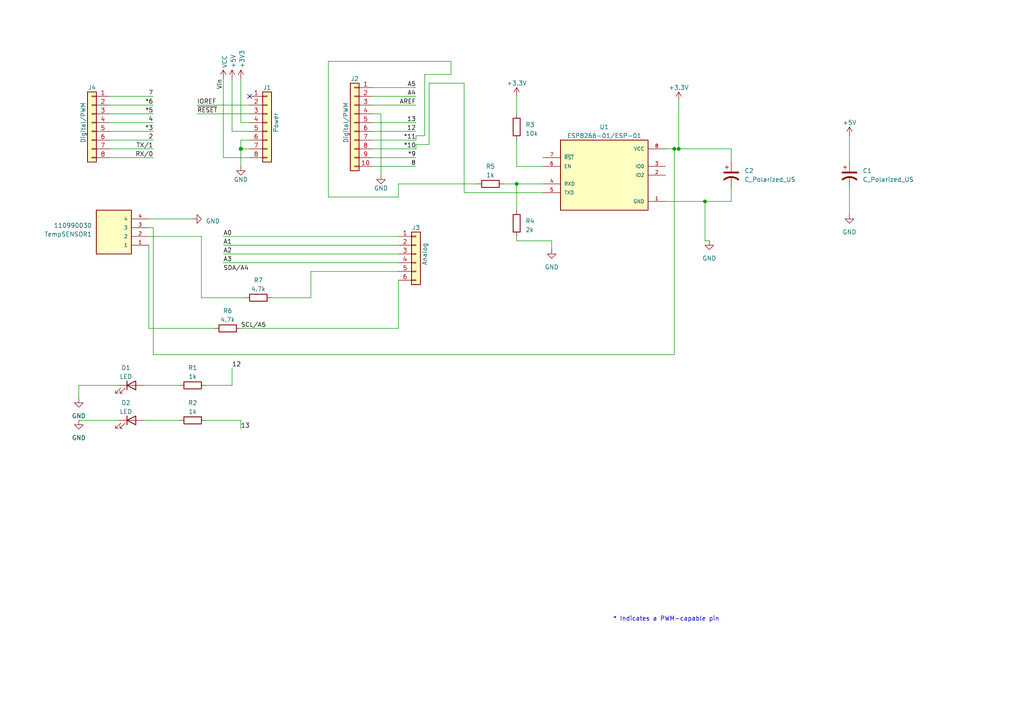
<source format=kicad_sch>
(kicad_sch (version 20230121) (generator eeschema)

  (uuid e63e39d7-6ac0-4ffd-8aa3-1841a4541b55)

  (paper "A4")

  (title_block
    (date "mar. 31 mars 2015")
  )

  (lib_symbols
    (symbol "+5V_1" (power) (pin_names (offset 0)) (in_bom yes) (on_board yes)
      (property "Reference" "#PWR" (at 0 -3.81 0)
        (effects (font (size 1.27 1.27)) hide)
      )
      (property "Value" "+5V_1" (at 0 3.556 0)
        (effects (font (size 1.27 1.27)))
      )
      (property "Footprint" "" (at 0 0 0)
        (effects (font (size 1.27 1.27)) hide)
      )
      (property "Datasheet" "" (at 0 0 0)
        (effects (font (size 1.27 1.27)) hide)
      )
      (property "ki_keywords" "global power" (at 0 0 0)
        (effects (font (size 1.27 1.27)) hide)
      )
      (property "ki_description" "Power symbol creates a global label with name \"+5V\"" (at 0 0 0)
        (effects (font (size 1.27 1.27)) hide)
      )
      (symbol "+5V_1_0_1"
        (polyline
          (pts
            (xy -0.762 1.27)
            (xy 0 2.54)
          )
          (stroke (width 0) (type default))
          (fill (type none))
        )
        (polyline
          (pts
            (xy 0 0)
            (xy 0 2.54)
          )
          (stroke (width 0) (type default))
          (fill (type none))
        )
        (polyline
          (pts
            (xy 0 2.54)
            (xy 0.762 1.27)
          )
          (stroke (width 0) (type default))
          (fill (type none))
        )
      )
      (symbol "+5V_1_1_1"
        (pin power_in line (at 0 0 90) (length 0) hide
          (name "+5V" (effects (font (size 1.27 1.27))))
          (number "1" (effects (font (size 1.27 1.27))))
        )
      )
    )
    (symbol "110990030:110990030" (pin_names (offset 1.016)) (in_bom yes) (on_board yes)
      (property "Reference" "J" (at -5.08 5.842 0)
        (effects (font (size 1.27 1.27)) (justify left bottom))
      )
      (property "Value" "110990030" (at -5.08 -8.382 0)
        (effects (font (size 1.27 1.27)) (justify left top))
      )
      (property "Footprint" "SEEED_110990030" (at 0 0 0)
        (effects (font (size 1.27 1.27)) (justify bottom) hide)
      )
      (property "Datasheet" "" (at 0 0 0)
        (effects (font (size 1.27 1.27)) hide)
      )
      (property "MANUFACTURER" "Seeed Technology" (at 0 0 0)
        (effects (font (size 1.27 1.27)) (justify bottom) hide)
      )
      (property "MAXIMUM_PACKAGE_HEIGHT" "8.1mm" (at 0 0 0)
        (effects (font (size 1.27 1.27)) (justify bottom) hide)
      )
      (property "PARTREV" "A" (at 0 0 0)
        (effects (font (size 1.27 1.27)) (justify bottom) hide)
      )
      (property "STANDARD" "Manufacturer Recommendations" (at 0 0 0)
        (effects (font (size 1.27 1.27)) (justify bottom) hide)
      )
      (symbol "110990030_0_0"
        (rectangle (start -5.08 -7.62) (end 5.08 5.08)
          (stroke (width 0.254) (type default))
          (fill (type background))
        )
        (pin passive line (at -10.16 2.54 0) (length 5.08)
          (name "1" (effects (font (size 1.016 1.016))))
          (number "1" (effects (font (size 1.016 1.016))))
        )
        (pin passive line (at -10.16 0 0) (length 5.08)
          (name "2" (effects (font (size 1.016 1.016))))
          (number "2" (effects (font (size 1.016 1.016))))
        )
        (pin passive line (at -10.16 -2.54 0) (length 5.08)
          (name "3" (effects (font (size 1.016 1.016))))
          (number "3" (effects (font (size 1.016 1.016))))
        )
        (pin passive line (at -10.16 -5.08 0) (length 5.08)
          (name "4" (effects (font (size 1.016 1.016))))
          (number "4" (effects (font (size 1.016 1.016))))
        )
      )
    )
    (symbol "Connector_Generic:Conn_01x06" (pin_names (offset 1.016) hide) (in_bom yes) (on_board yes)
      (property "Reference" "J" (at 0 7.62 0)
        (effects (font (size 1.27 1.27)))
      )
      (property "Value" "Conn_01x06" (at 0 -10.16 0)
        (effects (font (size 1.27 1.27)))
      )
      (property "Footprint" "" (at 0 0 0)
        (effects (font (size 1.27 1.27)) hide)
      )
      (property "Datasheet" "~" (at 0 0 0)
        (effects (font (size 1.27 1.27)) hide)
      )
      (property "ki_keywords" "connector" (at 0 0 0)
        (effects (font (size 1.27 1.27)) hide)
      )
      (property "ki_description" "Generic connector, single row, 01x06, script generated (kicad-library-utils/schlib/autogen/connector/)" (at 0 0 0)
        (effects (font (size 1.27 1.27)) hide)
      )
      (property "ki_fp_filters" "Connector*:*_1x??_*" (at 0 0 0)
        (effects (font (size 1.27 1.27)) hide)
      )
      (symbol "Conn_01x06_1_1"
        (rectangle (start -1.27 -7.493) (end 0 -7.747)
          (stroke (width 0.1524) (type default))
          (fill (type none))
        )
        (rectangle (start -1.27 -4.953) (end 0 -5.207)
          (stroke (width 0.1524) (type default))
          (fill (type none))
        )
        (rectangle (start -1.27 -2.413) (end 0 -2.667)
          (stroke (width 0.1524) (type default))
          (fill (type none))
        )
        (rectangle (start -1.27 0.127) (end 0 -0.127)
          (stroke (width 0.1524) (type default))
          (fill (type none))
        )
        (rectangle (start -1.27 2.667) (end 0 2.413)
          (stroke (width 0.1524) (type default))
          (fill (type none))
        )
        (rectangle (start -1.27 5.207) (end 0 4.953)
          (stroke (width 0.1524) (type default))
          (fill (type none))
        )
        (rectangle (start -1.27 6.35) (end 1.27 -8.89)
          (stroke (width 0.254) (type default))
          (fill (type background))
        )
        (pin passive line (at -5.08 5.08 0) (length 3.81)
          (name "Pin_1" (effects (font (size 1.27 1.27))))
          (number "1" (effects (font (size 1.27 1.27))))
        )
        (pin passive line (at -5.08 2.54 0) (length 3.81)
          (name "Pin_2" (effects (font (size 1.27 1.27))))
          (number "2" (effects (font (size 1.27 1.27))))
        )
        (pin passive line (at -5.08 0 0) (length 3.81)
          (name "Pin_3" (effects (font (size 1.27 1.27))))
          (number "3" (effects (font (size 1.27 1.27))))
        )
        (pin passive line (at -5.08 -2.54 0) (length 3.81)
          (name "Pin_4" (effects (font (size 1.27 1.27))))
          (number "4" (effects (font (size 1.27 1.27))))
        )
        (pin passive line (at -5.08 -5.08 0) (length 3.81)
          (name "Pin_5" (effects (font (size 1.27 1.27))))
          (number "5" (effects (font (size 1.27 1.27))))
        )
        (pin passive line (at -5.08 -7.62 0) (length 3.81)
          (name "Pin_6" (effects (font (size 1.27 1.27))))
          (number "6" (effects (font (size 1.27 1.27))))
        )
      )
    )
    (symbol "Connector_Generic:Conn_01x08" (pin_names (offset 1.016) hide) (in_bom yes) (on_board yes)
      (property "Reference" "J" (at 0 10.16 0)
        (effects (font (size 1.27 1.27)))
      )
      (property "Value" "Conn_01x08" (at 0 -12.7 0)
        (effects (font (size 1.27 1.27)))
      )
      (property "Footprint" "" (at 0 0 0)
        (effects (font (size 1.27 1.27)) hide)
      )
      (property "Datasheet" "~" (at 0 0 0)
        (effects (font (size 1.27 1.27)) hide)
      )
      (property "ki_keywords" "connector" (at 0 0 0)
        (effects (font (size 1.27 1.27)) hide)
      )
      (property "ki_description" "Generic connector, single row, 01x08, script generated (kicad-library-utils/schlib/autogen/connector/)" (at 0 0 0)
        (effects (font (size 1.27 1.27)) hide)
      )
      (property "ki_fp_filters" "Connector*:*_1x??_*" (at 0 0 0)
        (effects (font (size 1.27 1.27)) hide)
      )
      (symbol "Conn_01x08_1_1"
        (rectangle (start -1.27 -10.033) (end 0 -10.287)
          (stroke (width 0.1524) (type default))
          (fill (type none))
        )
        (rectangle (start -1.27 -7.493) (end 0 -7.747)
          (stroke (width 0.1524) (type default))
          (fill (type none))
        )
        (rectangle (start -1.27 -4.953) (end 0 -5.207)
          (stroke (width 0.1524) (type default))
          (fill (type none))
        )
        (rectangle (start -1.27 -2.413) (end 0 -2.667)
          (stroke (width 0.1524) (type default))
          (fill (type none))
        )
        (rectangle (start -1.27 0.127) (end 0 -0.127)
          (stroke (width 0.1524) (type default))
          (fill (type none))
        )
        (rectangle (start -1.27 2.667) (end 0 2.413)
          (stroke (width 0.1524) (type default))
          (fill (type none))
        )
        (rectangle (start -1.27 5.207) (end 0 4.953)
          (stroke (width 0.1524) (type default))
          (fill (type none))
        )
        (rectangle (start -1.27 7.747) (end 0 7.493)
          (stroke (width 0.1524) (type default))
          (fill (type none))
        )
        (rectangle (start -1.27 8.89) (end 1.27 -11.43)
          (stroke (width 0.254) (type default))
          (fill (type background))
        )
        (pin passive line (at -5.08 7.62 0) (length 3.81)
          (name "Pin_1" (effects (font (size 1.27 1.27))))
          (number "1" (effects (font (size 1.27 1.27))))
        )
        (pin passive line (at -5.08 5.08 0) (length 3.81)
          (name "Pin_2" (effects (font (size 1.27 1.27))))
          (number "2" (effects (font (size 1.27 1.27))))
        )
        (pin passive line (at -5.08 2.54 0) (length 3.81)
          (name "Pin_3" (effects (font (size 1.27 1.27))))
          (number "3" (effects (font (size 1.27 1.27))))
        )
        (pin passive line (at -5.08 0 0) (length 3.81)
          (name "Pin_4" (effects (font (size 1.27 1.27))))
          (number "4" (effects (font (size 1.27 1.27))))
        )
        (pin passive line (at -5.08 -2.54 0) (length 3.81)
          (name "Pin_5" (effects (font (size 1.27 1.27))))
          (number "5" (effects (font (size 1.27 1.27))))
        )
        (pin passive line (at -5.08 -5.08 0) (length 3.81)
          (name "Pin_6" (effects (font (size 1.27 1.27))))
          (number "6" (effects (font (size 1.27 1.27))))
        )
        (pin passive line (at -5.08 -7.62 0) (length 3.81)
          (name "Pin_7" (effects (font (size 1.27 1.27))))
          (number "7" (effects (font (size 1.27 1.27))))
        )
        (pin passive line (at -5.08 -10.16 0) (length 3.81)
          (name "Pin_8" (effects (font (size 1.27 1.27))))
          (number "8" (effects (font (size 1.27 1.27))))
        )
      )
    )
    (symbol "Connector_Generic:Conn_01x10" (pin_names (offset 1.016) hide) (in_bom yes) (on_board yes)
      (property "Reference" "J" (at 0 12.7 0)
        (effects (font (size 1.27 1.27)))
      )
      (property "Value" "Conn_01x10" (at 0 -15.24 0)
        (effects (font (size 1.27 1.27)))
      )
      (property "Footprint" "" (at 0 0 0)
        (effects (font (size 1.27 1.27)) hide)
      )
      (property "Datasheet" "~" (at 0 0 0)
        (effects (font (size 1.27 1.27)) hide)
      )
      (property "ki_keywords" "connector" (at 0 0 0)
        (effects (font (size 1.27 1.27)) hide)
      )
      (property "ki_description" "Generic connector, single row, 01x10, script generated (kicad-library-utils/schlib/autogen/connector/)" (at 0 0 0)
        (effects (font (size 1.27 1.27)) hide)
      )
      (property "ki_fp_filters" "Connector*:*_1x??_*" (at 0 0 0)
        (effects (font (size 1.27 1.27)) hide)
      )
      (symbol "Conn_01x10_1_1"
        (rectangle (start -1.27 -12.573) (end 0 -12.827)
          (stroke (width 0.1524) (type default))
          (fill (type none))
        )
        (rectangle (start -1.27 -10.033) (end 0 -10.287)
          (stroke (width 0.1524) (type default))
          (fill (type none))
        )
        (rectangle (start -1.27 -7.493) (end 0 -7.747)
          (stroke (width 0.1524) (type default))
          (fill (type none))
        )
        (rectangle (start -1.27 -4.953) (end 0 -5.207)
          (stroke (width 0.1524) (type default))
          (fill (type none))
        )
        (rectangle (start -1.27 -2.413) (end 0 -2.667)
          (stroke (width 0.1524) (type default))
          (fill (type none))
        )
        (rectangle (start -1.27 0.127) (end 0 -0.127)
          (stroke (width 0.1524) (type default))
          (fill (type none))
        )
        (rectangle (start -1.27 2.667) (end 0 2.413)
          (stroke (width 0.1524) (type default))
          (fill (type none))
        )
        (rectangle (start -1.27 5.207) (end 0 4.953)
          (stroke (width 0.1524) (type default))
          (fill (type none))
        )
        (rectangle (start -1.27 7.747) (end 0 7.493)
          (stroke (width 0.1524) (type default))
          (fill (type none))
        )
        (rectangle (start -1.27 10.287) (end 0 10.033)
          (stroke (width 0.1524) (type default))
          (fill (type none))
        )
        (rectangle (start -1.27 11.43) (end 1.27 -13.97)
          (stroke (width 0.254) (type default))
          (fill (type background))
        )
        (pin passive line (at -5.08 10.16 0) (length 3.81)
          (name "Pin_1" (effects (font (size 1.27 1.27))))
          (number "1" (effects (font (size 1.27 1.27))))
        )
        (pin passive line (at -5.08 -12.7 0) (length 3.81)
          (name "Pin_10" (effects (font (size 1.27 1.27))))
          (number "10" (effects (font (size 1.27 1.27))))
        )
        (pin passive line (at -5.08 7.62 0) (length 3.81)
          (name "Pin_2" (effects (font (size 1.27 1.27))))
          (number "2" (effects (font (size 1.27 1.27))))
        )
        (pin passive line (at -5.08 5.08 0) (length 3.81)
          (name "Pin_3" (effects (font (size 1.27 1.27))))
          (number "3" (effects (font (size 1.27 1.27))))
        )
        (pin passive line (at -5.08 2.54 0) (length 3.81)
          (name "Pin_4" (effects (font (size 1.27 1.27))))
          (number "4" (effects (font (size 1.27 1.27))))
        )
        (pin passive line (at -5.08 0 0) (length 3.81)
          (name "Pin_5" (effects (font (size 1.27 1.27))))
          (number "5" (effects (font (size 1.27 1.27))))
        )
        (pin passive line (at -5.08 -2.54 0) (length 3.81)
          (name "Pin_6" (effects (font (size 1.27 1.27))))
          (number "6" (effects (font (size 1.27 1.27))))
        )
        (pin passive line (at -5.08 -5.08 0) (length 3.81)
          (name "Pin_7" (effects (font (size 1.27 1.27))))
          (number "7" (effects (font (size 1.27 1.27))))
        )
        (pin passive line (at -5.08 -7.62 0) (length 3.81)
          (name "Pin_8" (effects (font (size 1.27 1.27))))
          (number "8" (effects (font (size 1.27 1.27))))
        )
        (pin passive line (at -5.08 -10.16 0) (length 3.81)
          (name "Pin_9" (effects (font (size 1.27 1.27))))
          (number "9" (effects (font (size 1.27 1.27))))
        )
      )
    )
    (symbol "Device:C_Polarized_US" (pin_numbers hide) (pin_names (offset 0.254) hide) (in_bom yes) (on_board yes)
      (property "Reference" "C" (at 0.635 2.54 0)
        (effects (font (size 1.27 1.27)) (justify left))
      )
      (property "Value" "C_Polarized_US" (at 0.635 -2.54 0)
        (effects (font (size 1.27 1.27)) (justify left))
      )
      (property "Footprint" "" (at 0 0 0)
        (effects (font (size 1.27 1.27)) hide)
      )
      (property "Datasheet" "~" (at 0 0 0)
        (effects (font (size 1.27 1.27)) hide)
      )
      (property "ki_keywords" "cap capacitor" (at 0 0 0)
        (effects (font (size 1.27 1.27)) hide)
      )
      (property "ki_description" "Polarized capacitor, US symbol" (at 0 0 0)
        (effects (font (size 1.27 1.27)) hide)
      )
      (property "ki_fp_filters" "CP_*" (at 0 0 0)
        (effects (font (size 1.27 1.27)) hide)
      )
      (symbol "C_Polarized_US_0_1"
        (polyline
          (pts
            (xy -2.032 0.762)
            (xy 2.032 0.762)
          )
          (stroke (width 0.508) (type default))
          (fill (type none))
        )
        (polyline
          (pts
            (xy -1.778 2.286)
            (xy -0.762 2.286)
          )
          (stroke (width 0) (type default))
          (fill (type none))
        )
        (polyline
          (pts
            (xy -1.27 1.778)
            (xy -1.27 2.794)
          )
          (stroke (width 0) (type default))
          (fill (type none))
        )
        (arc (start 2.032 -1.27) (mid 0 -0.5572) (end -2.032 -1.27)
          (stroke (width 0.508) (type default))
          (fill (type none))
        )
      )
      (symbol "C_Polarized_US_1_1"
        (pin passive line (at 0 3.81 270) (length 2.794)
          (name "~" (effects (font (size 1.27 1.27))))
          (number "1" (effects (font (size 1.27 1.27))))
        )
        (pin passive line (at 0 -3.81 90) (length 3.302)
          (name "~" (effects (font (size 1.27 1.27))))
          (number "2" (effects (font (size 1.27 1.27))))
        )
      )
    )
    (symbol "Device:LED" (pin_numbers hide) (pin_names (offset 1.016) hide) (in_bom yes) (on_board yes)
      (property "Reference" "D" (at 0 2.54 0)
        (effects (font (size 1.27 1.27)))
      )
      (property "Value" "LED" (at 0 -2.54 0)
        (effects (font (size 1.27 1.27)))
      )
      (property "Footprint" "" (at 0 0 0)
        (effects (font (size 1.27 1.27)) hide)
      )
      (property "Datasheet" "~" (at 0 0 0)
        (effects (font (size 1.27 1.27)) hide)
      )
      (property "ki_keywords" "LED diode" (at 0 0 0)
        (effects (font (size 1.27 1.27)) hide)
      )
      (property "ki_description" "Light emitting diode" (at 0 0 0)
        (effects (font (size 1.27 1.27)) hide)
      )
      (property "ki_fp_filters" "LED* LED_SMD:* LED_THT:*" (at 0 0 0)
        (effects (font (size 1.27 1.27)) hide)
      )
      (symbol "LED_0_1"
        (polyline
          (pts
            (xy -1.27 -1.27)
            (xy -1.27 1.27)
          )
          (stroke (width 0.254) (type default))
          (fill (type none))
        )
        (polyline
          (pts
            (xy -1.27 0)
            (xy 1.27 0)
          )
          (stroke (width 0) (type default))
          (fill (type none))
        )
        (polyline
          (pts
            (xy 1.27 -1.27)
            (xy 1.27 1.27)
            (xy -1.27 0)
            (xy 1.27 -1.27)
          )
          (stroke (width 0.254) (type default))
          (fill (type none))
        )
        (polyline
          (pts
            (xy -3.048 -0.762)
            (xy -4.572 -2.286)
            (xy -3.81 -2.286)
            (xy -4.572 -2.286)
            (xy -4.572 -1.524)
          )
          (stroke (width 0) (type default))
          (fill (type none))
        )
        (polyline
          (pts
            (xy -1.778 -0.762)
            (xy -3.302 -2.286)
            (xy -2.54 -2.286)
            (xy -3.302 -2.286)
            (xy -3.302 -1.524)
          )
          (stroke (width 0) (type default))
          (fill (type none))
        )
      )
      (symbol "LED_1_1"
        (pin passive line (at -3.81 0 0) (length 2.54)
          (name "K" (effects (font (size 1.27 1.27))))
          (number "1" (effects (font (size 1.27 1.27))))
        )
        (pin passive line (at 3.81 0 180) (length 2.54)
          (name "A" (effects (font (size 1.27 1.27))))
          (number "2" (effects (font (size 1.27 1.27))))
        )
      )
    )
    (symbol "Device:R" (pin_numbers hide) (pin_names (offset 0)) (in_bom yes) (on_board yes)
      (property "Reference" "R" (at 2.032 0 90)
        (effects (font (size 1.27 1.27)))
      )
      (property "Value" "R" (at 0 0 90)
        (effects (font (size 1.27 1.27)))
      )
      (property "Footprint" "" (at -1.778 0 90)
        (effects (font (size 1.27 1.27)) hide)
      )
      (property "Datasheet" "~" (at 0 0 0)
        (effects (font (size 1.27 1.27)) hide)
      )
      (property "ki_keywords" "R res resistor" (at 0 0 0)
        (effects (font (size 1.27 1.27)) hide)
      )
      (property "ki_description" "Resistor" (at 0 0 0)
        (effects (font (size 1.27 1.27)) hide)
      )
      (property "ki_fp_filters" "R_*" (at 0 0 0)
        (effects (font (size 1.27 1.27)) hide)
      )
      (symbol "R_0_1"
        (rectangle (start -1.016 -2.54) (end 1.016 2.54)
          (stroke (width 0.254) (type default))
          (fill (type none))
        )
      )
      (symbol "R_1_1"
        (pin passive line (at 0 3.81 270) (length 1.27)
          (name "~" (effects (font (size 1.27 1.27))))
          (number "1" (effects (font (size 1.27 1.27))))
        )
        (pin passive line (at 0 -3.81 90) (length 1.27)
          (name "~" (effects (font (size 1.27 1.27))))
          (number "2" (effects (font (size 1.27 1.27))))
        )
      )
    )
    (symbol "ESP8266-01_ESP-01:ESP8266-01{slash}ESP-01" (pin_names (offset 1.016)) (in_bom yes) (on_board yes)
      (property "Reference" "U" (at -12.7094 10.6778 0)
        (effects (font (size 1.27 1.27)) (justify left bottom))
      )
      (property "Value" "ESP8266-01{slash}ESP-01" (at -12.7131 -12.7131 0)
        (effects (font (size 1.27 1.27)) (justify left bottom))
      )
      (property "Footprint" "XCVR_ESP8266-01/ESP-01" (at 0 0 0)
        (effects (font (size 1.27 1.27)) (justify bottom) hide)
      )
      (property "Datasheet" "" (at 0 0 0)
        (effects (font (size 1.27 1.27)) hide)
      )
      (property "STANDARD" "Manufacturer recommendations or IPC 7351B" (at 0 0 0)
        (effects (font (size 1.27 1.27)) (justify bottom) hide)
      )
      (property "MANUFACTURER" "AI-Thinker" (at 0 0 0)
        (effects (font (size 1.27 1.27)) (justify bottom) hide)
      )
      (property "PARTREV" "V1.2" (at 0 0 0)
        (effects (font (size 1.27 1.27)) (justify bottom) hide)
      )
      (property "MAXIMUM_PACKAGE_HEIGHT" "11.2 mm" (at 0 0 0)
        (effects (font (size 1.27 1.27)) (justify bottom) hide)
      )
      (symbol "ESP8266-01{slash}ESP-01_0_0"
        (rectangle (start -12.7 -10.16) (end 12.7 10.16)
          (stroke (width 0.254) (type default))
          (fill (type background))
        )
        (pin power_in line (at 17.78 -7.62 180) (length 5.08)
          (name "GND" (effects (font (size 1.016 1.016))))
          (number "1" (effects (font (size 1.016 1.016))))
        )
        (pin bidirectional line (at 17.78 0 180) (length 5.08)
          (name "IO2" (effects (font (size 1.016 1.016))))
          (number "2" (effects (font (size 1.016 1.016))))
        )
        (pin bidirectional line (at 17.78 2.54 180) (length 5.08)
          (name "IO0" (effects (font (size 1.016 1.016))))
          (number "3" (effects (font (size 1.016 1.016))))
        )
        (pin input line (at -17.78 -2.54 0) (length 5.08)
          (name "RXD" (effects (font (size 1.016 1.016))))
          (number "4" (effects (font (size 1.016 1.016))))
        )
        (pin output line (at -17.78 -5.08 0) (length 5.08)
          (name "TXD" (effects (font (size 1.016 1.016))))
          (number "5" (effects (font (size 1.016 1.016))))
        )
        (pin input line (at -17.78 2.54 0) (length 5.08)
          (name "EN" (effects (font (size 1.016 1.016))))
          (number "6" (effects (font (size 1.016 1.016))))
        )
        (pin input line (at -17.78 5.08 0) (length 5.08)
          (name "~{RST}" (effects (font (size 1.016 1.016))))
          (number "7" (effects (font (size 1.016 1.016))))
        )
        (pin power_in line (at 17.78 7.62 180) (length 5.08)
          (name "VCC" (effects (font (size 1.016 1.016))))
          (number "8" (effects (font (size 1.016 1.016))))
        )
      )
    )
    (symbol "GND_1" (power) (pin_names (offset 0)) (in_bom yes) (on_board yes)
      (property "Reference" "#PWR" (at 0 -6.35 0)
        (effects (font (size 1.27 1.27)) hide)
      )
      (property "Value" "GND_1" (at 0 -3.81 0)
        (effects (font (size 1.27 1.27)))
      )
      (property "Footprint" "" (at 0 0 0)
        (effects (font (size 1.27 1.27)) hide)
      )
      (property "Datasheet" "" (at 0 0 0)
        (effects (font (size 1.27 1.27)) hide)
      )
      (property "ki_keywords" "global power" (at 0 0 0)
        (effects (font (size 1.27 1.27)) hide)
      )
      (property "ki_description" "Power symbol creates a global label with name \"GND\" , ground" (at 0 0 0)
        (effects (font (size 1.27 1.27)) hide)
      )
      (symbol "GND_1_0_1"
        (polyline
          (pts
            (xy 0 0)
            (xy 0 -1.27)
            (xy 1.27 -1.27)
            (xy 0 -2.54)
            (xy -1.27 -1.27)
            (xy 0 -1.27)
          )
          (stroke (width 0) (type default))
          (fill (type none))
        )
      )
      (symbol "GND_1_1_1"
        (pin power_in line (at 0 0 270) (length 0) hide
          (name "GND" (effects (font (size 1.27 1.27))))
          (number "1" (effects (font (size 1.27 1.27))))
        )
      )
    )
    (symbol "GND_2" (power) (pin_names (offset 0)) (in_bom yes) (on_board yes)
      (property "Reference" "#PWR" (at 0 -6.35 0)
        (effects (font (size 1.27 1.27)) hide)
      )
      (property "Value" "GND_2" (at 0 -3.81 0)
        (effects (font (size 1.27 1.27)))
      )
      (property "Footprint" "" (at 0 0 0)
        (effects (font (size 1.27 1.27)) hide)
      )
      (property "Datasheet" "" (at 0 0 0)
        (effects (font (size 1.27 1.27)) hide)
      )
      (property "ki_keywords" "global power" (at 0 0 0)
        (effects (font (size 1.27 1.27)) hide)
      )
      (property "ki_description" "Power symbol creates a global label with name \"GND\" , ground" (at 0 0 0)
        (effects (font (size 1.27 1.27)) hide)
      )
      (symbol "GND_2_0_1"
        (polyline
          (pts
            (xy 0 0)
            (xy 0 -1.27)
            (xy 1.27 -1.27)
            (xy 0 -2.54)
            (xy -1.27 -1.27)
            (xy 0 -1.27)
          )
          (stroke (width 0) (type default))
          (fill (type none))
        )
      )
      (symbol "GND_2_1_1"
        (pin power_in line (at 0 0 270) (length 0) hide
          (name "GND" (effects (font (size 1.27 1.27))))
          (number "1" (effects (font (size 1.27 1.27))))
        )
      )
    )
    (symbol "GND_3" (power) (pin_names (offset 0)) (in_bom yes) (on_board yes)
      (property "Reference" "#PWR" (at 0 -6.35 0)
        (effects (font (size 1.27 1.27)) hide)
      )
      (property "Value" "GND_3" (at 0 -3.81 0)
        (effects (font (size 1.27 1.27)))
      )
      (property "Footprint" "" (at 0 0 0)
        (effects (font (size 1.27 1.27)) hide)
      )
      (property "Datasheet" "" (at 0 0 0)
        (effects (font (size 1.27 1.27)) hide)
      )
      (property "ki_keywords" "global power" (at 0 0 0)
        (effects (font (size 1.27 1.27)) hide)
      )
      (property "ki_description" "Power symbol creates a global label with name \"GND\" , ground" (at 0 0 0)
        (effects (font (size 1.27 1.27)) hide)
      )
      (symbol "GND_3_0_1"
        (polyline
          (pts
            (xy 0 0)
            (xy 0 -1.27)
            (xy 1.27 -1.27)
            (xy 0 -2.54)
            (xy -1.27 -1.27)
            (xy 0 -1.27)
          )
          (stroke (width 0) (type default))
          (fill (type none))
        )
      )
      (symbol "GND_3_1_1"
        (pin power_in line (at 0 0 270) (length 0) hide
          (name "GND" (effects (font (size 1.27 1.27))))
          (number "1" (effects (font (size 1.27 1.27))))
        )
      )
    )
    (symbol "GND_4" (power) (pin_names (offset 0)) (in_bom yes) (on_board yes)
      (property "Reference" "#PWR" (at 0 -6.35 0)
        (effects (font (size 1.27 1.27)) hide)
      )
      (property "Value" "GND_4" (at 0 -3.81 0)
        (effects (font (size 1.27 1.27)))
      )
      (property "Footprint" "" (at 0 0 0)
        (effects (font (size 1.27 1.27)) hide)
      )
      (property "Datasheet" "" (at 0 0 0)
        (effects (font (size 1.27 1.27)) hide)
      )
      (property "ki_keywords" "global power" (at 0 0 0)
        (effects (font (size 1.27 1.27)) hide)
      )
      (property "ki_description" "Power symbol creates a global label with name \"GND\" , ground" (at 0 0 0)
        (effects (font (size 1.27 1.27)) hide)
      )
      (symbol "GND_4_0_1"
        (polyline
          (pts
            (xy 0 0)
            (xy 0 -1.27)
            (xy 1.27 -1.27)
            (xy 0 -2.54)
            (xy -1.27 -1.27)
            (xy 0 -1.27)
          )
          (stroke (width 0) (type default))
          (fill (type none))
        )
      )
      (symbol "GND_4_1_1"
        (pin power_in line (at 0 0 270) (length 0) hide
          (name "GND" (effects (font (size 1.27 1.27))))
          (number "1" (effects (font (size 1.27 1.27))))
        )
      )
    )
    (symbol "GND_5" (power) (pin_names (offset 0)) (in_bom yes) (on_board yes)
      (property "Reference" "#PWR" (at 0 -6.35 0)
        (effects (font (size 1.27 1.27)) hide)
      )
      (property "Value" "GND_5" (at 0 -3.81 0)
        (effects (font (size 1.27 1.27)))
      )
      (property "Footprint" "" (at 0 0 0)
        (effects (font (size 1.27 1.27)) hide)
      )
      (property "Datasheet" "" (at 0 0 0)
        (effects (font (size 1.27 1.27)) hide)
      )
      (property "ki_keywords" "global power" (at 0 0 0)
        (effects (font (size 1.27 1.27)) hide)
      )
      (property "ki_description" "Power symbol creates a global label with name \"GND\" , ground" (at 0 0 0)
        (effects (font (size 1.27 1.27)) hide)
      )
      (symbol "GND_5_0_1"
        (polyline
          (pts
            (xy 0 0)
            (xy 0 -1.27)
            (xy 1.27 -1.27)
            (xy 0 -2.54)
            (xy -1.27 -1.27)
            (xy 0 -1.27)
          )
          (stroke (width 0) (type default))
          (fill (type none))
        )
      )
      (symbol "GND_5_1_1"
        (pin power_in line (at 0 0 270) (length 0) hide
          (name "GND" (effects (font (size 1.27 1.27))))
          (number "1" (effects (font (size 1.27 1.27))))
        )
      )
    )
    (symbol "GND_6" (power) (pin_names (offset 0)) (in_bom yes) (on_board yes)
      (property "Reference" "#PWR" (at 0 -6.35 0)
        (effects (font (size 1.27 1.27)) hide)
      )
      (property "Value" "GND_6" (at 0 -3.81 0)
        (effects (font (size 1.27 1.27)))
      )
      (property "Footprint" "" (at 0 0 0)
        (effects (font (size 1.27 1.27)) hide)
      )
      (property "Datasheet" "" (at 0 0 0)
        (effects (font (size 1.27 1.27)) hide)
      )
      (property "ki_keywords" "global power" (at 0 0 0)
        (effects (font (size 1.27 1.27)) hide)
      )
      (property "ki_description" "Power symbol creates a global label with name \"GND\" , ground" (at 0 0 0)
        (effects (font (size 1.27 1.27)) hide)
      )
      (symbol "GND_6_0_1"
        (polyline
          (pts
            (xy 0 0)
            (xy 0 -1.27)
            (xy 1.27 -1.27)
            (xy 0 -2.54)
            (xy -1.27 -1.27)
            (xy 0 -1.27)
          )
          (stroke (width 0) (type default))
          (fill (type none))
        )
      )
      (symbol "GND_6_1_1"
        (pin power_in line (at 0 0 270) (length 0) hide
          (name "GND" (effects (font (size 1.27 1.27))))
          (number "1" (effects (font (size 1.27 1.27))))
        )
      )
    )
    (symbol "power:+3.3V" (power) (pin_names (offset 0)) (in_bom yes) (on_board yes)
      (property "Reference" "#PWR" (at 0 -3.81 0)
        (effects (font (size 1.27 1.27)) hide)
      )
      (property "Value" "+3.3V" (at 0 3.556 0)
        (effects (font (size 1.27 1.27)))
      )
      (property "Footprint" "" (at 0 0 0)
        (effects (font (size 1.27 1.27)) hide)
      )
      (property "Datasheet" "" (at 0 0 0)
        (effects (font (size 1.27 1.27)) hide)
      )
      (property "ki_keywords" "global power" (at 0 0 0)
        (effects (font (size 1.27 1.27)) hide)
      )
      (property "ki_description" "Power symbol creates a global label with name \"+3.3V\"" (at 0 0 0)
        (effects (font (size 1.27 1.27)) hide)
      )
      (symbol "+3.3V_0_1"
        (polyline
          (pts
            (xy -0.762 1.27)
            (xy 0 2.54)
          )
          (stroke (width 0) (type default))
          (fill (type none))
        )
        (polyline
          (pts
            (xy 0 0)
            (xy 0 2.54)
          )
          (stroke (width 0) (type default))
          (fill (type none))
        )
        (polyline
          (pts
            (xy 0 2.54)
            (xy 0.762 1.27)
          )
          (stroke (width 0) (type default))
          (fill (type none))
        )
      )
      (symbol "+3.3V_1_1"
        (pin power_in line (at 0 0 90) (length 0) hide
          (name "+3.3V" (effects (font (size 1.27 1.27))))
          (number "1" (effects (font (size 1.27 1.27))))
        )
      )
    )
    (symbol "power:+3V3" (power) (pin_names (offset 0)) (in_bom yes) (on_board yes)
      (property "Reference" "#PWR" (at 0 -3.81 0)
        (effects (font (size 1.27 1.27)) hide)
      )
      (property "Value" "+3V3" (at 0 3.556 0)
        (effects (font (size 1.27 1.27)))
      )
      (property "Footprint" "" (at 0 0 0)
        (effects (font (size 1.27 1.27)) hide)
      )
      (property "Datasheet" "" (at 0 0 0)
        (effects (font (size 1.27 1.27)) hide)
      )
      (property "ki_keywords" "power-flag" (at 0 0 0)
        (effects (font (size 1.27 1.27)) hide)
      )
      (property "ki_description" "Power symbol creates a global label with name \"+3V3\"" (at 0 0 0)
        (effects (font (size 1.27 1.27)) hide)
      )
      (symbol "+3V3_0_1"
        (polyline
          (pts
            (xy -0.762 1.27)
            (xy 0 2.54)
          )
          (stroke (width 0) (type default))
          (fill (type none))
        )
        (polyline
          (pts
            (xy 0 0)
            (xy 0 2.54)
          )
          (stroke (width 0) (type default))
          (fill (type none))
        )
        (polyline
          (pts
            (xy 0 2.54)
            (xy 0.762 1.27)
          )
          (stroke (width 0) (type default))
          (fill (type none))
        )
      )
      (symbol "+3V3_1_1"
        (pin power_in line (at 0 0 90) (length 0) hide
          (name "+3V3" (effects (font (size 1.27 1.27))))
          (number "1" (effects (font (size 1.27 1.27))))
        )
      )
    )
    (symbol "power:+5V" (power) (pin_names (offset 0)) (in_bom yes) (on_board yes)
      (property "Reference" "#PWR" (at 0 -3.81 0)
        (effects (font (size 1.27 1.27)) hide)
      )
      (property "Value" "+5V" (at 0 3.556 0)
        (effects (font (size 1.27 1.27)))
      )
      (property "Footprint" "" (at 0 0 0)
        (effects (font (size 1.27 1.27)) hide)
      )
      (property "Datasheet" "" (at 0 0 0)
        (effects (font (size 1.27 1.27)) hide)
      )
      (property "ki_keywords" "power-flag" (at 0 0 0)
        (effects (font (size 1.27 1.27)) hide)
      )
      (property "ki_description" "Power symbol creates a global label with name \"+5V\"" (at 0 0 0)
        (effects (font (size 1.27 1.27)) hide)
      )
      (symbol "+5V_0_1"
        (polyline
          (pts
            (xy -0.762 1.27)
            (xy 0 2.54)
          )
          (stroke (width 0) (type default))
          (fill (type none))
        )
        (polyline
          (pts
            (xy 0 0)
            (xy 0 2.54)
          )
          (stroke (width 0) (type default))
          (fill (type none))
        )
        (polyline
          (pts
            (xy 0 2.54)
            (xy 0.762 1.27)
          )
          (stroke (width 0) (type default))
          (fill (type none))
        )
      )
      (symbol "+5V_1_1"
        (pin power_in line (at 0 0 90) (length 0) hide
          (name "+5V" (effects (font (size 1.27 1.27))))
          (number "1" (effects (font (size 1.27 1.27))))
        )
      )
    )
    (symbol "power:GND" (power) (pin_names (offset 0)) (in_bom yes) (on_board yes)
      (property "Reference" "#PWR" (at 0 -6.35 0)
        (effects (font (size 1.27 1.27)) hide)
      )
      (property "Value" "GND" (at 0 -3.81 0)
        (effects (font (size 1.27 1.27)))
      )
      (property "Footprint" "" (at 0 0 0)
        (effects (font (size 1.27 1.27)) hide)
      )
      (property "Datasheet" "" (at 0 0 0)
        (effects (font (size 1.27 1.27)) hide)
      )
      (property "ki_keywords" "power-flag" (at 0 0 0)
        (effects (font (size 1.27 1.27)) hide)
      )
      (property "ki_description" "Power symbol creates a global label with name \"GND\" , ground" (at 0 0 0)
        (effects (font (size 1.27 1.27)) hide)
      )
      (symbol "GND_0_1"
        (polyline
          (pts
            (xy 0 0)
            (xy 0 -1.27)
            (xy 1.27 -1.27)
            (xy 0 -2.54)
            (xy -1.27 -1.27)
            (xy 0 -1.27)
          )
          (stroke (width 0) (type default))
          (fill (type none))
        )
      )
      (symbol "GND_1_1"
        (pin power_in line (at 0 0 270) (length 0) hide
          (name "GND" (effects (font (size 1.27 1.27))))
          (number "1" (effects (font (size 1.27 1.27))))
        )
      )
    )
    (symbol "power:VCC" (power) (pin_names (offset 0)) (in_bom yes) (on_board yes)
      (property "Reference" "#PWR" (at 0 -3.81 0)
        (effects (font (size 1.27 1.27)) hide)
      )
      (property "Value" "VCC" (at 0 3.81 0)
        (effects (font (size 1.27 1.27)))
      )
      (property "Footprint" "" (at 0 0 0)
        (effects (font (size 1.27 1.27)) hide)
      )
      (property "Datasheet" "" (at 0 0 0)
        (effects (font (size 1.27 1.27)) hide)
      )
      (property "ki_keywords" "power-flag" (at 0 0 0)
        (effects (font (size 1.27 1.27)) hide)
      )
      (property "ki_description" "Power symbol creates a global label with name \"VCC\"" (at 0 0 0)
        (effects (font (size 1.27 1.27)) hide)
      )
      (symbol "VCC_0_1"
        (polyline
          (pts
            (xy -0.762 1.27)
            (xy 0 2.54)
          )
          (stroke (width 0) (type default))
          (fill (type none))
        )
        (polyline
          (pts
            (xy 0 0)
            (xy 0 2.54)
          )
          (stroke (width 0) (type default))
          (fill (type none))
        )
        (polyline
          (pts
            (xy 0 2.54)
            (xy 0.762 1.27)
          )
          (stroke (width 0) (type default))
          (fill (type none))
        )
      )
      (symbol "VCC_1_1"
        (pin power_in line (at 0 0 90) (length 0) hide
          (name "VCC" (effects (font (size 1.27 1.27))))
          (number "1" (effects (font (size 1.27 1.27))))
        )
      )
    )
  )

  (junction (at 69.85 43.18) (diameter 1.016) (color 0 0 0 0)
    (uuid 3dcc657b-55a1-48e0-9667-e01e7b6b08b5)
  )
  (junction (at 149.86 53.34) (diameter 0) (color 0 0 0 0)
    (uuid 580ac545-1864-4ec7-9633-7ef494283d8e)
  )
  (junction (at 195.58 43.18) (diameter 0) (color 0 0 0 0)
    (uuid 82840521-be91-4896-bfd4-fc80e2ff58bb)
  )
  (junction (at 204.47 58.42) (diameter 0) (color 0 0 0 0)
    (uuid e34c92ec-7403-456b-922e-fc3f7fe07fd3)
  )
  (junction (at 196.85 43.18) (diameter 0) (color 0 0 0 0)
    (uuid f9da79c6-32c1-4f43-b7f5-89c39fddda0e)
  )

  (no_connect (at 72.39 27.94) (uuid d181157c-7812-47e5-a0cf-9580c905fc86))

  (wire (pts (xy 31.75 45.72) (xy 44.45 45.72))
    (stroke (width 0) (type solid))
    (uuid 010ba307-2067-49d3-b0fa-6414143f3fc2)
  )
  (wire (pts (xy 59.69 111.76) (xy 67.31 111.76))
    (stroke (width 0) (type default))
    (uuid 0535335e-14a6-4ae0-9b0e-85b7a1ec99a4)
  )
  (wire (pts (xy 107.95 43.18) (xy 120.65 43.18))
    (stroke (width 0) (type solid))
    (uuid 09480ba4-37da-45e3-b9fe-6beebf876349)
  )
  (wire (pts (xy 130.81 17.78) (xy 130.81 21.59))
    (stroke (width 0) (type default))
    (uuid 09621e7f-4304-4e22-8a6f-6aae4dd05d68)
  )
  (wire (pts (xy 160.02 69.85) (xy 160.02 72.39))
    (stroke (width 0) (type default))
    (uuid 0a1d71b4-c968-4b9d-8a0c-d8cc062c5a0b)
  )
  (wire (pts (xy 107.95 25.4) (xy 120.65 25.4))
    (stroke (width 0) (type solid))
    (uuid 0f5d2189-4ead-42fa-8f7a-cfa3af4de132)
  )
  (wire (pts (xy 134.62 55.88) (xy 157.48 55.88))
    (stroke (width 0) (type default))
    (uuid 0fc6718b-e383-4a64-aee1-decc3353c650)
  )
  (wire (pts (xy 90.17 78.74) (xy 115.57 78.74))
    (stroke (width 0) (type solid))
    (uuid 11f0f061-2bad-4905-b27a-2cd683ae15fb)
  )
  (wire (pts (xy 22.86 121.92) (xy 34.29 121.92))
    (stroke (width 0) (type default))
    (uuid 15b55d4a-20c7-426a-af9a-c5612d5fe517)
  )
  (wire (pts (xy 149.86 53.34) (xy 149.86 60.96))
    (stroke (width 0) (type default))
    (uuid 1b195d90-327e-4143-bfd1-4d059df0511a)
  )
  (wire (pts (xy 69.85 40.64) (xy 69.85 43.18))
    (stroke (width 0) (type solid))
    (uuid 1c31b835-925f-4a5c-92df-8f2558bb711b)
  )
  (wire (pts (xy 204.47 69.85) (xy 205.74 69.85))
    (stroke (width 0) (type default))
    (uuid 1dffa951-b2d9-4a93-91fd-4cfba2295b4d)
  )
  (wire (pts (xy 246.38 39.37) (xy 246.38 46.99))
    (stroke (width 0) (type default))
    (uuid 1e174719-bc3b-4e44-8ed3-7b2de31a369d)
  )
  (wire (pts (xy 195.58 43.18) (xy 193.04 43.18))
    (stroke (width 0) (type default))
    (uuid 1f199f97-c6cb-41cd-ae74-2d751d0018e0)
  )
  (wire (pts (xy 43.18 95.25) (xy 62.23 95.25))
    (stroke (width 0) (type solid))
    (uuid 20854542-d0b0-4be7-af02-0e5fceb34e01)
  )
  (wire (pts (xy 41.91 111.76) (xy 52.07 111.76))
    (stroke (width 0) (type default))
    (uuid 27fcd907-86bd-491d-823f-bc8a330e6410)
  )
  (wire (pts (xy 149.86 40.64) (xy 149.86 48.26))
    (stroke (width 0) (type default))
    (uuid 2a81ffe7-1146-4e5d-b692-610138dfac51)
  )
  (wire (pts (xy 22.86 111.76) (xy 22.86 115.57))
    (stroke (width 0) (type default))
    (uuid 2bca3105-7c7f-4279-9fc9-e7fdaa350a06)
  )
  (wire (pts (xy 69.85 43.18) (xy 69.85 48.26))
    (stroke (width 0) (type solid))
    (uuid 2df788b2-ce68-49bc-a497-4b6570a17f30)
  )
  (wire (pts (xy 69.85 95.25) (xy 115.57 95.25))
    (stroke (width 0) (type solid))
    (uuid 2ffd87f3-06ad-4ff8-8492-f6323700ae95)
  )
  (wire (pts (xy 69.85 35.56) (xy 72.39 35.56))
    (stroke (width 0) (type solid))
    (uuid 3334b11d-5a13-40b4-a117-d693c543e4ab)
  )
  (wire (pts (xy 67.31 38.1) (xy 72.39 38.1))
    (stroke (width 0) (type solid))
    (uuid 3661f80c-fef8-4441-83be-df8930b3b45e)
  )
  (wire (pts (xy 67.31 22.86) (xy 67.31 38.1))
    (stroke (width 0) (type solid))
    (uuid 392bf1f6-bf67-427d-8d4c-0a87cb757556)
  )
  (wire (pts (xy 120.65 39.37) (xy 120.65 40.64))
    (stroke (width 0) (type default))
    (uuid 3d4a2061-d326-406a-8839-040768729aff)
  )
  (wire (pts (xy 58.42 68.58) (xy 58.42 86.36))
    (stroke (width 0) (type default))
    (uuid 409fe857-8fb9-42ed-8628-f684b4e579a2)
  )
  (wire (pts (xy 95.25 57.15) (xy 95.25 17.78))
    (stroke (width 0) (type default))
    (uuid 40aad893-57ef-41b2-81ad-af44d7a691e9)
  )
  (wire (pts (xy 107.95 35.56) (xy 120.65 35.56))
    (stroke (width 0) (type solid))
    (uuid 4227fa6f-c399-4f14-8228-23e39d2b7e7d)
  )
  (wire (pts (xy 69.85 22.86) (xy 69.85 35.56))
    (stroke (width 0) (type solid))
    (uuid 442fb4de-4d55-45de-bc27-3e6222ceb890)
  )
  (wire (pts (xy 31.75 27.94) (xy 44.45 27.94))
    (stroke (width 0) (type solid))
    (uuid 4455ee2e-5642-42c1-a83b-f7e65fa0c2f1)
  )
  (wire (pts (xy 115.57 68.58) (xy 64.77 68.58))
    (stroke (width 0) (type solid))
    (uuid 486ca832-85f4-4989-b0f4-569faf9be534)
  )
  (wire (pts (xy 107.95 38.1) (xy 120.65 38.1))
    (stroke (width 0) (type solid))
    (uuid 4a910b57-a5cd-4105-ab4f-bde2a80d4f00)
  )
  (wire (pts (xy 31.75 30.48) (xy 44.45 30.48))
    (stroke (width 0) (type solid))
    (uuid 4e60e1af-19bd-45a0-b418-b7030b594dde)
  )
  (wire (pts (xy 204.47 58.42) (xy 212.09 58.42))
    (stroke (width 0) (type default))
    (uuid 5276b1c8-5297-4991-9571-6d5373ce1950)
  )
  (wire (pts (xy 149.86 48.26) (xy 157.48 48.26))
    (stroke (width 0) (type default))
    (uuid 5951cab4-c5eb-4717-82a0-0d2094308d3a)
  )
  (wire (pts (xy 41.91 121.92) (xy 52.07 121.92))
    (stroke (width 0) (type default))
    (uuid 5fcafbaf-c86e-4c86-81b7-11066fae9bb2)
  )
  (wire (pts (xy 115.57 53.34) (xy 138.43 53.34))
    (stroke (width 0) (type default))
    (uuid 61770626-1748-499a-8f01-390bf8c5c03a)
  )
  (wire (pts (xy 107.95 45.72) (xy 120.65 45.72))
    (stroke (width 0) (type solid))
    (uuid 63f2b71b-521b-4210-bf06-ed65e330fccc)
  )
  (wire (pts (xy 95.25 17.78) (xy 130.81 17.78))
    (stroke (width 0) (type default))
    (uuid 67c783c2-cd03-40b6-9cc6-1090c5dced06)
  )
  (wire (pts (xy 124.46 24.13) (xy 134.62 24.13))
    (stroke (width 0) (type default))
    (uuid 6b97090e-e02e-4ef9-9d49-4caa7b3e926f)
  )
  (wire (pts (xy 31.75 35.56) (xy 44.45 35.56))
    (stroke (width 0) (type solid))
    (uuid 6bb3ea5f-9e60-4add-9d97-244be2cf61d2)
  )
  (wire (pts (xy 57.15 30.48) (xy 72.39 30.48))
    (stroke (width 0) (type solid))
    (uuid 73d4774c-1387-4550-b580-a1cc0ac89b89)
  )
  (wire (pts (xy 134.62 55.88) (xy 134.62 24.13))
    (stroke (width 0) (type default))
    (uuid 74abb1db-24b3-45ac-844f-70698190d12a)
  )
  (wire (pts (xy 120.65 41.91) (xy 120.65 43.18))
    (stroke (width 0) (type default))
    (uuid 764e9207-857e-4ad9-a2a7-3d42d4eb2f47)
  )
  (wire (pts (xy 246.38 54.61) (xy 246.38 62.23))
    (stroke (width 0) (type default))
    (uuid 7926c4ea-6168-4260-b0a7-6560b3eccb75)
  )
  (wire (pts (xy 44.45 102.87) (xy 195.58 102.87))
    (stroke (width 0) (type default))
    (uuid 7c9692c0-1bd8-4224-9e6c-1042592907b5)
  )
  (wire (pts (xy 110.49 33.02) (xy 110.49 50.8))
    (stroke (width 0) (type solid))
    (uuid 84ce350c-b0c1-4e69-9ab2-f7ec7b8bb312)
  )
  (wire (pts (xy 115.57 57.15) (xy 95.25 57.15))
    (stroke (width 0) (type default))
    (uuid 86349be1-b7b3-4af4-985d-1c651fb030d1)
  )
  (wire (pts (xy 107.95 30.48) (xy 120.65 30.48))
    (stroke (width 0) (type solid))
    (uuid 8a3d35a2-f0f6-4dec-a606-7c8e288ca828)
  )
  (wire (pts (xy 123.19 39.37) (xy 123.19 21.59))
    (stroke (width 0) (type default))
    (uuid 8aa49a3b-1f13-42b6-99b7-931fdc44254b)
  )
  (wire (pts (xy 43.18 68.58) (xy 58.42 68.58))
    (stroke (width 0) (type default))
    (uuid 8d0dd587-9dad-4932-b467-ca3e882a0b2c)
  )
  (wire (pts (xy 196.85 29.21) (xy 196.85 43.18))
    (stroke (width 0) (type default))
    (uuid 8ea00e4d-13be-47a0-ac23-1947d070a02b)
  )
  (wire (pts (xy 149.86 27.94) (xy 149.86 33.02))
    (stroke (width 0) (type default))
    (uuid 8f5207c8-546d-45c1-ac0a-ae59ff7abf18)
  )
  (wire (pts (xy 43.18 63.5) (xy 55.88 63.5))
    (stroke (width 0) (type default))
    (uuid 8fe7d9c5-eda2-4115-a6a8-93e8d478bdae)
  )
  (wire (pts (xy 115.57 73.66) (xy 64.77 73.66))
    (stroke (width 0) (type solid))
    (uuid 9377eb1a-3b12-438c-8ebd-f86ace1e8d25)
  )
  (wire (pts (xy 57.15 33.02) (xy 72.39 33.02))
    (stroke (width 0) (type solid))
    (uuid 93e52853-9d1e-4afe-aee8-b825ab9f5d09)
  )
  (wire (pts (xy 204.47 58.42) (xy 204.47 69.85))
    (stroke (width 0) (type default))
    (uuid 9576fe55-7c90-427f-8de4-88f2f3c46266)
  )
  (wire (pts (xy 78.74 86.36) (xy 90.17 86.36))
    (stroke (width 0) (type solid))
    (uuid 973f4deb-608f-4b24-be00-4420ce2e6723)
  )
  (wire (pts (xy 72.39 43.18) (xy 69.85 43.18))
    (stroke (width 0) (type solid))
    (uuid 97df9ac9-dbb8-472e-b84f-3684d0eb5efc)
  )
  (wire (pts (xy 193.04 58.42) (xy 204.47 58.42))
    (stroke (width 0) (type default))
    (uuid 98aace52-8d57-4e51-8002-bae3f3edcf54)
  )
  (wire (pts (xy 69.85 121.92) (xy 69.85 124.46))
    (stroke (width 0) (type default))
    (uuid 9e2b04a7-d33b-405a-9ffc-229e8b5eeef4)
  )
  (wire (pts (xy 59.69 121.92) (xy 69.85 121.92))
    (stroke (width 0) (type default))
    (uuid a078356f-9253-4d7b-8cbc-69d915bd7983)
  )
  (wire (pts (xy 195.58 43.18) (xy 195.58 102.87))
    (stroke (width 0) (type default))
    (uuid a49a2ef4-9bc6-44e2-8f3d-fc50b5691f63)
  )
  (wire (pts (xy 72.39 45.72) (xy 64.77 45.72))
    (stroke (width 0) (type solid))
    (uuid a7518f9d-05df-4211-ba17-5d615f04ec46)
  )
  (wire (pts (xy 64.77 71.12) (xy 115.57 71.12))
    (stroke (width 0) (type solid))
    (uuid aab97e46-23d6-4cbf-8684-537b94306d68)
  )
  (wire (pts (xy 90.17 86.36) (xy 90.17 78.74))
    (stroke (width 0) (type solid))
    (uuid acd30905-965d-42b4-957d-4bf60314b8ea)
  )
  (wire (pts (xy 196.85 43.18) (xy 195.58 43.18))
    (stroke (width 0) (type default))
    (uuid b05144c1-e3f9-4782-96f1-f9a18904a492)
  )
  (wire (pts (xy 115.57 95.25) (xy 115.57 81.28))
    (stroke (width 0) (type solid))
    (uuid b087bb6f-b5fc-41b1-b117-a54f532ed54b)
  )
  (wire (pts (xy 149.86 68.58) (xy 149.86 69.85))
    (stroke (width 0) (type default))
    (uuid b4c39ee3-aece-43f4-b718-0287187e6036)
  )
  (wire (pts (xy 146.05 53.34) (xy 149.86 53.34))
    (stroke (width 0) (type default))
    (uuid b6a5fc27-e179-4d2a-b509-de21c6582483)
  )
  (wire (pts (xy 124.46 41.91) (xy 120.65 41.91))
    (stroke (width 0) (type default))
    (uuid b96e415d-7f25-4f16-8c39-7fe1bedcb58b)
  )
  (wire (pts (xy 196.85 43.18) (xy 212.09 43.18))
    (stroke (width 0) (type default))
    (uuid b99eb570-413b-4af3-895c-4ed5d38a7c97)
  )
  (wire (pts (xy 43.18 66.04) (xy 44.45 66.04))
    (stroke (width 0) (type default))
    (uuid b9a78cde-54b5-43a0-9ee8-88da20fce3a4)
  )
  (wire (pts (xy 212.09 46.99) (xy 212.09 43.18))
    (stroke (width 0) (type default))
    (uuid ba0551fb-e39b-422c-b855-97853e89d630)
  )
  (wire (pts (xy 212.09 58.42) (xy 212.09 54.61))
    (stroke (width 0) (type default))
    (uuid bbe77bd6-0c59-47d0-a638-757aa05a5dbb)
  )
  (wire (pts (xy 107.95 33.02) (xy 110.49 33.02))
    (stroke (width 0) (type solid))
    (uuid bcbc7302-8a54-4b9b-98b9-f277f1b20941)
  )
  (wire (pts (xy 72.39 40.64) (xy 69.85 40.64))
    (stroke (width 0) (type solid))
    (uuid c12796ad-cf20-466f-9ab3-9cf441392c32)
  )
  (wire (pts (xy 107.95 40.64) (xy 120.65 40.64))
    (stroke (width 0) (type solid))
    (uuid c722a1ff-12f1-49e5-88a4-44ffeb509ca2)
  )
  (wire (pts (xy 124.46 41.91) (xy 124.46 24.13))
    (stroke (width 0) (type default))
    (uuid c9d7ea45-11b1-4564-a8a1-4e7228cb47d3)
  )
  (wire (pts (xy 67.31 111.76) (xy 67.31 106.68))
    (stroke (width 0) (type default))
    (uuid cfe084e2-d487-44b3-813a-a9a36fa617e0)
  )
  (wire (pts (xy 31.75 33.02) (xy 44.45 33.02))
    (stroke (width 0) (type solid))
    (uuid cfe99980-2d98-4372-b495-04c53027340b)
  )
  (wire (pts (xy 115.57 53.34) (xy 115.57 57.15))
    (stroke (width 0) (type default))
    (uuid d1107e8d-49cf-458b-be97-91bc2fdc18b9)
  )
  (wire (pts (xy 123.19 21.59) (xy 130.81 21.59))
    (stroke (width 0) (type default))
    (uuid d2baee1e-9ea8-47ad-86a1-2a7ef237d6ba)
  )
  (wire (pts (xy 64.77 76.2) (xy 115.57 76.2))
    (stroke (width 0) (type solid))
    (uuid d3042136-2605-44b2-aebb-5484a9c90933)
  )
  (wire (pts (xy 44.45 66.04) (xy 44.45 102.87))
    (stroke (width 0) (type default))
    (uuid e094924f-7e24-40a9-bd5d-5bf0fe9659ae)
  )
  (wire (pts (xy 123.19 39.37) (xy 120.65 39.37))
    (stroke (width 0) (type default))
    (uuid e4fe3898-d69c-434a-b530-4240036bf1ce)
  )
  (wire (pts (xy 149.86 69.85) (xy 160.02 69.85))
    (stroke (width 0) (type default))
    (uuid e58b0e18-6019-4345-b997-d51dc5efbbe2)
  )
  (wire (pts (xy 107.95 27.94) (xy 120.65 27.94))
    (stroke (width 0) (type solid))
    (uuid e7278977-132b-4777-9eb4-7d93363a4379)
  )
  (wire (pts (xy 31.75 40.64) (xy 44.45 40.64))
    (stroke (width 0) (type solid))
    (uuid e9bdd59b-3252-4c44-a357-6fa1af0c210c)
  )
  (wire (pts (xy 149.86 53.34) (xy 157.48 53.34))
    (stroke (width 0) (type default))
    (uuid eb5ac778-c656-4373-bf5d-f0f8b89bdb49)
  )
  (wire (pts (xy 31.75 38.1) (xy 44.45 38.1))
    (stroke (width 0) (type solid))
    (uuid ec76dcc9-9949-4dda-bd76-046204829cb4)
  )
  (wire (pts (xy 34.29 111.76) (xy 22.86 111.76))
    (stroke (width 0) (type default))
    (uuid eff5dd4c-33e5-490f-ae09-6764c0768e30)
  )
  (wire (pts (xy 31.75 43.18) (xy 44.45 43.18))
    (stroke (width 0) (type solid))
    (uuid f853d1d4-c722-44df-98bf-4a6114204628)
  )
  (wire (pts (xy 64.77 45.72) (xy 64.77 22.86))
    (stroke (width 0) (type solid))
    (uuid f8de70cd-e47d-4e80-8f3a-077e9df93aa8)
  )
  (wire (pts (xy 43.18 71.12) (xy 43.18 95.25))
    (stroke (width 0) (type default))
    (uuid fa1d1532-fc37-4c99-a562-9ecfbd976068)
  )
  (wire (pts (xy 58.42 86.36) (xy 71.12 86.36))
    (stroke (width 0) (type solid))
    (uuid fc39c32d-65b8-4d16-9db5-de89c54a1206)
  )
  (wire (pts (xy 107.95 48.26) (xy 120.65 48.26))
    (stroke (width 0) (type solid))
    (uuid fe837306-92d0-4847-ad21-76c47ae932d1)
  )

  (text "* Indicates a PWM-capable pin" (at 177.8 180.34 0)
    (effects (font (size 1.27 1.27)) (justify left bottom))
    (uuid c364973a-9a67-4667-8185-a3a5c6c6cbdf)
  )

  (label "RX{slash}0" (at 44.45 45.72 180) (fields_autoplaced)
    (effects (font (size 1.27 1.27)) (justify right bottom))
    (uuid 01ea9310-cf66-436b-9b89-1a2f4237b59e)
  )
  (label "A2" (at 64.77 73.66 0) (fields_autoplaced)
    (effects (font (size 1.27 1.27)) (justify left bottom))
    (uuid 09251fd4-af37-4d86-8951-1faaac710ffa)
  )
  (label "4" (at 44.45 35.56 180) (fields_autoplaced)
    (effects (font (size 1.27 1.27)) (justify right bottom))
    (uuid 0d8cfe6d-11bf-42b9-9752-f9a5a76bce7e)
  )
  (label "13" (at 69.85 124.46 0) (fields_autoplaced)
    (effects (font (size 1.27 1.27)) (justify left bottom))
    (uuid 1523c133-6991-42d8-a992-f0d02e0da841)
  )
  (label "2" (at 44.45 40.64 180) (fields_autoplaced)
    (effects (font (size 1.27 1.27)) (justify right bottom))
    (uuid 23f0c933-49f0-4410-a8db-8b017f48dadc)
  )
  (label "12" (at 67.31 106.68 0) (fields_autoplaced)
    (effects (font (size 1.27 1.27)) (justify left bottom))
    (uuid 27e9c4ef-1a69-482a-80c1-9ed8465b873d)
  )
  (label "A3" (at 64.77 76.2 0) (fields_autoplaced)
    (effects (font (size 1.27 1.27)) (justify left bottom))
    (uuid 2c60ab74-0590-423b-8921-6f3212a358d2)
  )
  (label "13" (at 120.65 35.56 180) (fields_autoplaced)
    (effects (font (size 1.27 1.27)) (justify right bottom))
    (uuid 35bc5b35-b7b2-44d5-bbed-557f428649b2)
  )
  (label "12" (at 120.65 38.1 180) (fields_autoplaced)
    (effects (font (size 1.27 1.27)) (justify right bottom))
    (uuid 3ffaa3b1-1d78-4c7b-bdf9-f1a8019c92fd)
  )
  (label "~{RESET}" (at 57.15 33.02 0) (fields_autoplaced)
    (effects (font (size 1.27 1.27)) (justify left bottom))
    (uuid 49585dba-cfa7-4813-841e-9d900d43ecf4)
  )
  (label "*10" (at 120.65 43.18 180) (fields_autoplaced)
    (effects (font (size 1.27 1.27)) (justify right bottom))
    (uuid 54be04e4-fffa-4f7f-8a5f-d0de81314e8f)
  )
  (label "7" (at 44.45 27.94 180) (fields_autoplaced)
    (effects (font (size 1.27 1.27)) (justify right bottom))
    (uuid 873d2c88-519e-482f-a3ed-2484e5f9417e)
  )
  (label "A4" (at 120.65 27.94 180) (fields_autoplaced)
    (effects (font (size 1.27 1.27)) (justify right bottom))
    (uuid 8885a9dc-224d-44c5-8601-05c1d9983e09)
  )
  (label "8" (at 120.65 48.26 180) (fields_autoplaced)
    (effects (font (size 1.27 1.27)) (justify right bottom))
    (uuid 89b0e564-e7aa-4224-80c9-3f0614fede8f)
  )
  (label "*11" (at 120.65 40.64 180) (fields_autoplaced)
    (effects (font (size 1.27 1.27)) (justify right bottom))
    (uuid 9ad5a781-2469-4c8f-8abf-a1c3586f7cb7)
  )
  (label "*3" (at 44.45 38.1 180) (fields_autoplaced)
    (effects (font (size 1.27 1.27)) (justify right bottom))
    (uuid 9cccf5f9-68a4-4e61-b418-6185dd6a5f9a)
  )
  (label "A1" (at 64.77 71.12 0) (fields_autoplaced)
    (effects (font (size 1.27 1.27)) (justify left bottom))
    (uuid acc9991b-1bdd-4544-9a08-4037937485cb)
  )
  (label "TX{slash}1" (at 44.45 43.18 180) (fields_autoplaced)
    (effects (font (size 1.27 1.27)) (justify right bottom))
    (uuid ae2c9582-b445-44bd-b371-7fc74f6cf852)
  )
  (label "A0" (at 64.77 68.58 0) (fields_autoplaced)
    (effects (font (size 1.27 1.27)) (justify left bottom))
    (uuid ba02dc27-26a3-4648-b0aa-06b6dcaf001f)
  )
  (label "AREF" (at 120.65 30.48 180) (fields_autoplaced)
    (effects (font (size 1.27 1.27)) (justify right bottom))
    (uuid bbf52cf8-6d97-4499-a9ee-3657cebcdabf)
  )
  (label "Vin" (at 64.77 22.86 270) (fields_autoplaced)
    (effects (font (size 1.27 1.27)) (justify right bottom))
    (uuid c348793d-eec0-4f33-9b91-2cae8b4224a4)
  )
  (label "*6" (at 44.45 30.48 180) (fields_autoplaced)
    (effects (font (size 1.27 1.27)) (justify right bottom))
    (uuid c775d4e8-c37b-4e73-90c1-1c8d36333aac)
  )
  (label "A5" (at 120.65 25.4 180) (fields_autoplaced)
    (effects (font (size 1.27 1.27)) (justify right bottom))
    (uuid cba886fc-172a-42fe-8e4c-daace6eaef8e)
  )
  (label "*9" (at 120.65 45.72 180) (fields_autoplaced)
    (effects (font (size 1.27 1.27)) (justify right bottom))
    (uuid ccb58899-a82d-403c-b30b-ee351d622e9c)
  )
  (label "*5" (at 44.45 33.02 180) (fields_autoplaced)
    (effects (font (size 1.27 1.27)) (justify right bottom))
    (uuid d9a65242-9c26-45cd-9a55-3e69f0d77784)
  )
  (label "IOREF" (at 57.15 30.48 0) (fields_autoplaced)
    (effects (font (size 1.27 1.27)) (justify left bottom))
    (uuid de819ae4-b245-474b-a426-865ba877b8a2)
  )
  (label "SDA{slash}A4" (at 64.77 78.74 0) (fields_autoplaced)
    (effects (font (size 1.27 1.27)) (justify left bottom))
    (uuid e7ce99b8-ca22-4c56-9e55-39d32c709f3c)
  )
  (label "SCL{slash}A5" (at 69.85 95.25 0) (fields_autoplaced)
    (effects (font (size 1.27 1.27)) (justify left bottom))
    (uuid ea5aa60b-a25e-41a1-9e06-c7b6f957567f)
  )

  (symbol (lib_id "Connector_Generic:Conn_01x08") (at 77.47 35.56 0) (unit 1)
    (in_bom yes) (on_board yes) (dnp no)
    (uuid 00000000-0000-0000-0000-000056d71773)
    (property "Reference" "J1" (at 77.47 25.4 0)
      (effects (font (size 1.27 1.27)))
    )
    (property "Value" "Power" (at 80.01 35.56 90)
      (effects (font (size 1.27 1.27)))
    )
    (property "Footprint" "Connector_PinSocket_2.54mm:PinSocket_1x08_P2.54mm_Vertical" (at 77.47 35.56 0)
      (effects (font (size 1.27 1.27)) hide)
    )
    (property "Datasheet" "" (at 77.47 35.56 0)
      (effects (font (size 1.27 1.27)))
    )
    (pin "1" (uuid d4c02b7e-3be7-4193-a989-fb40130f3319))
    (pin "2" (uuid 1d9f20f8-8d42-4e3d-aece-4c12cc80d0d3))
    (pin "3" (uuid 4801b550-c773-45a3-9bc6-15a3e9341f08))
    (pin "4" (uuid fbe5a73e-5be6-45ba-85f2-2891508cd936))
    (pin "5" (uuid 8f0d2977-6611-4bfc-9a74-1791861e9159))
    (pin "6" (uuid 270f30a7-c159-467b-ab5f-aee66a24a8c7))
    (pin "7" (uuid 760eb2a5-8bbd-4298-88f0-2b1528e020ff))
    (pin "8" (uuid 6a44a55c-6ae0-4d79-b4a1-52d3e48a7065))
    (instances
      (project "ELEG298_S23_Demo_shield"
        (path "/e63e39d7-6ac0-4ffd-8aa3-1841a4541b55"
          (reference "J1") (unit 1)
        )
      )
    )
  )

  (symbol (lib_id "power:+3V3") (at 69.85 22.86 0) (unit 1)
    (in_bom yes) (on_board yes) (dnp no)
    (uuid 00000000-0000-0000-0000-000056d71aa9)
    (property "Reference" "#PWR03" (at 69.85 26.67 0)
      (effects (font (size 1.27 1.27)) hide)
    )
    (property "Value" "+3.3V" (at 70.231 19.812 90)
      (effects (font (size 1.27 1.27)) (justify left))
    )
    (property "Footprint" "" (at 69.85 22.86 0)
      (effects (font (size 1.27 1.27)))
    )
    (property "Datasheet" "" (at 69.85 22.86 0)
      (effects (font (size 1.27 1.27)))
    )
    (pin "1" (uuid 25f7f7e2-1fc6-41d8-a14b-2d2742e98c50))
    (instances
      (project "ELEG298_S23_Demo_shield"
        (path "/e63e39d7-6ac0-4ffd-8aa3-1841a4541b55"
          (reference "#PWR03") (unit 1)
        )
      )
    )
  )

  (symbol (lib_id "power:+5V") (at 67.31 22.86 0) (unit 1)
    (in_bom yes) (on_board yes) (dnp no)
    (uuid 00000000-0000-0000-0000-000056d71d10)
    (property "Reference" "#PWR02" (at 67.31 26.67 0)
      (effects (font (size 1.27 1.27)) hide)
    )
    (property "Value" "+5V" (at 67.6656 19.812 90)
      (effects (font (size 1.27 1.27)) (justify left))
    )
    (property "Footprint" "" (at 67.31 22.86 0)
      (effects (font (size 1.27 1.27)))
    )
    (property "Datasheet" "" (at 67.31 22.86 0)
      (effects (font (size 1.27 1.27)))
    )
    (pin "1" (uuid fdd33dcf-399e-4ac6-99f5-9ccff615cf55))
    (instances
      (project "ELEG298_S23_Demo_shield"
        (path "/e63e39d7-6ac0-4ffd-8aa3-1841a4541b55"
          (reference "#PWR02") (unit 1)
        )
      )
    )
  )

  (symbol (lib_id "power:GND") (at 69.85 48.26 0) (unit 1)
    (in_bom yes) (on_board yes) (dnp no)
    (uuid 00000000-0000-0000-0000-000056d721e6)
    (property "Reference" "#PWR04" (at 69.85 54.61 0)
      (effects (font (size 1.27 1.27)) hide)
    )
    (property "Value" "GND" (at 69.85 52.07 0)
      (effects (font (size 1.27 1.27)))
    )
    (property "Footprint" "" (at 69.85 48.26 0)
      (effects (font (size 1.27 1.27)))
    )
    (property "Datasheet" "" (at 69.85 48.26 0)
      (effects (font (size 1.27 1.27)))
    )
    (pin "1" (uuid 87fd47b6-2ebb-4b03-a4f0-be8b5717bf68))
    (instances
      (project "ELEG298_S23_Demo_shield"
        (path "/e63e39d7-6ac0-4ffd-8aa3-1841a4541b55"
          (reference "#PWR04") (unit 1)
        )
      )
    )
  )

  (symbol (lib_id "Connector_Generic:Conn_01x10") (at 102.87 35.56 0) (mirror y) (unit 1)
    (in_bom yes) (on_board yes) (dnp no)
    (uuid 00000000-0000-0000-0000-000056d72368)
    (property "Reference" "J2" (at 102.87 22.86 0)
      (effects (font (size 1.27 1.27)))
    )
    (property "Value" "Digital/PWM" (at 100.33 35.56 90)
      (effects (font (size 1.27 1.27)))
    )
    (property "Footprint" "Connector_PinSocket_2.54mm:PinSocket_1x10_P2.54mm_Vertical" (at 102.87 35.56 0)
      (effects (font (size 1.27 1.27)) hide)
    )
    (property "Datasheet" "" (at 102.87 35.56 0)
      (effects (font (size 1.27 1.27)))
    )
    (pin "1" (uuid 479c0210-c5dd-4420-aa63-d8c5247cc255))
    (pin "10" (uuid 69b11fa8-6d66-48cf-aa54-1a3009033625))
    (pin "2" (uuid 013a3d11-607f-4568-bbac-ce1ce9ce9f7a))
    (pin "3" (uuid 92bea09f-8c05-493b-981e-5298e629b225))
    (pin "4" (uuid 66c1cab1-9206-4430-914c-14dcf23db70f))
    (pin "5" (uuid e264de4a-49ca-4afe-b718-4f94ad734148))
    (pin "6" (uuid 03467115-7f58-481b-9fbc-afb2550dd13c))
    (pin "7" (uuid 9aa9dec0-f260-4bba-a6cf-25f804e6b111))
    (pin "8" (uuid a3a57bae-7391-4e6d-b628-e6aff8f8ed86))
    (pin "9" (uuid 00a2e9f5-f40a-49ba-91e4-cbef19d3b42b))
    (instances
      (project "ELEG298_S23_Demo_shield"
        (path "/e63e39d7-6ac0-4ffd-8aa3-1841a4541b55"
          (reference "J2") (unit 1)
        )
      )
    )
  )

  (symbol (lib_id "power:GND") (at 110.49 50.8 0) (unit 1)
    (in_bom yes) (on_board yes) (dnp no)
    (uuid 00000000-0000-0000-0000-000056d72a3d)
    (property "Reference" "#PWR05" (at 110.49 57.15 0)
      (effects (font (size 1.27 1.27)) hide)
    )
    (property "Value" "GND" (at 110.49 54.61 0)
      (effects (font (size 1.27 1.27)))
    )
    (property "Footprint" "" (at 110.49 50.8 0)
      (effects (font (size 1.27 1.27)))
    )
    (property "Datasheet" "" (at 110.49 50.8 0)
      (effects (font (size 1.27 1.27)))
    )
    (pin "1" (uuid dcc7d892-ae5b-4d8f-ab19-e541f0cf0497))
    (instances
      (project "ELEG298_S23_Demo_shield"
        (path "/e63e39d7-6ac0-4ffd-8aa3-1841a4541b55"
          (reference "#PWR05") (unit 1)
        )
      )
    )
  )

  (symbol (lib_id "Connector_Generic:Conn_01x06") (at 120.65 73.66 0) (unit 1)
    (in_bom yes) (on_board yes) (dnp no)
    (uuid 00000000-0000-0000-0000-000056d72f1c)
    (property "Reference" "J3" (at 120.65 66.04 0)
      (effects (font (size 1.27 1.27)))
    )
    (property "Value" "Analog" (at 123.19 73.66 90)
      (effects (font (size 1.27 1.27)))
    )
    (property "Footprint" "Connector_PinSocket_2.54mm:PinSocket_1x06_P2.54mm_Vertical" (at 120.65 73.66 0)
      (effects (font (size 1.27 1.27)) hide)
    )
    (property "Datasheet" "~" (at 120.65 73.66 0)
      (effects (font (size 1.27 1.27)) hide)
    )
    (pin "1" (uuid 1e1d0a18-dba5-42d5-95e9-627b560e331d))
    (pin "2" (uuid 11423bda-2cc6-48db-b907-033a5ced98b7))
    (pin "3" (uuid 20a4b56c-be89-418e-a029-3b98e8beca2b))
    (pin "4" (uuid 163db149-f951-4db7-8045-a808c21d7a66))
    (pin "5" (uuid d47b8a11-7971-42ed-a188-2ff9f0b98c7a))
    (pin "6" (uuid 57b1224b-fab7-4047-863e-42b792ecf64b))
    (instances
      (project "ELEG298_S23_Demo_shield"
        (path "/e63e39d7-6ac0-4ffd-8aa3-1841a4541b55"
          (reference "J3") (unit 1)
        )
      )
    )
  )

  (symbol (lib_id "Connector_Generic:Conn_01x08") (at 26.67 35.56 0) (mirror y) (unit 1)
    (in_bom yes) (on_board yes) (dnp no)
    (uuid 00000000-0000-0000-0000-000056d734d0)
    (property "Reference" "J4" (at 26.67 25.4 0)
      (effects (font (size 1.27 1.27)))
    )
    (property "Value" "Digital/PWM" (at 24.13 35.56 90)
      (effects (font (size 1.27 1.27)))
    )
    (property "Footprint" "Connector_PinSocket_2.54mm:PinSocket_1x08_P2.54mm_Vertical" (at 26.67 35.56 0)
      (effects (font (size 1.27 1.27)) hide)
    )
    (property "Datasheet" "" (at 26.67 35.56 0)
      (effects (font (size 1.27 1.27)))
    )
    (pin "1" (uuid 5381a37b-26e9-4dc5-a1df-d5846cca7e02))
    (pin "2" (uuid a4e4eabd-ecd9-495d-83e1-d1e1e828ff74))
    (pin "3" (uuid b659d690-5ae4-4e88-8049-6e4694137cd1))
    (pin "4" (uuid 01e4a515-1e76-4ac0-8443-cb9dae94686e))
    (pin "5" (uuid fadf7cf0-7a5e-4d79-8b36-09596a4f1208))
    (pin "6" (uuid 848129ec-e7db-4164-95a7-d7b289ecb7c4))
    (pin "7" (uuid b7a20e44-a4b2-4578-93ae-e5a04c1f0135))
    (pin "8" (uuid c0cfa2f9-a894-4c72-b71e-f8c87c0a0712))
    (instances
      (project "ELEG298_S23_Demo_shield"
        (path "/e63e39d7-6ac0-4ffd-8aa3-1841a4541b55"
          (reference "J4") (unit 1)
        )
      )
    )
  )

  (symbol (lib_id "power:+3.3V") (at 196.85 29.21 0) (unit 1)
    (in_bom yes) (on_board yes) (dnp no) (fields_autoplaced)
    (uuid 0630dfe8-ee82-4d3b-ae54-e547750cab7d)
    (property "Reference" "#PWR08" (at 196.85 33.02 0)
      (effects (font (size 1.27 1.27)) hide)
    )
    (property "Value" "5V" (at 196.85 25.4 0)
      (effects (font (size 1.27 1.27)))
    )
    (property "Footprint" "" (at 196.85 29.21 0)
      (effects (font (size 1.27 1.27)) hide)
    )
    (property "Datasheet" "" (at 196.85 29.21 0)
      (effects (font (size 1.27 1.27)) hide)
    )
    (pin "1" (uuid 123cd15e-04f8-4e77-80d9-07bc75c2b1fc))
    (instances
      (project "ELEG298_S23_Demo_shield"
        (path "/e63e39d7-6ac0-4ffd-8aa3-1841a4541b55"
          (reference "#PWR08") (unit 1)
        )
      )
    )
  )

  (symbol (lib_id "Device:R") (at 55.88 121.92 90) (unit 1)
    (in_bom yes) (on_board yes) (dnp no) (fields_autoplaced)
    (uuid 0d695841-eb56-49e2-95a0-6056f471f683)
    (property "Reference" "R2" (at 55.88 116.84 90)
      (effects (font (size 1.27 1.27)))
    )
    (property "Value" "1k" (at 55.88 119.38 90)
      (effects (font (size 1.27 1.27)))
    )
    (property "Footprint" "Resistor_THT:R_Axial_DIN0207_L6.3mm_D2.5mm_P10.16mm_Horizontal" (at 55.88 123.698 90)
      (effects (font (size 1.27 1.27)) hide)
    )
    (property "Datasheet" "~" (at 55.88 121.92 0)
      (effects (font (size 1.27 1.27)) hide)
    )
    (pin "1" (uuid f3744834-02e3-41d3-a971-7112973578bb))
    (pin "2" (uuid 08a14ee8-32fe-4ec1-9b4c-66f529e1ec6e))
    (instances
      (project "ELEG298_S23_Demo_shield"
        (path "/e63e39d7-6ac0-4ffd-8aa3-1841a4541b55"
          (reference "R2") (unit 1)
        )
      )
    )
  )

  (symbol (lib_name "GND_4") (lib_id "power:GND") (at 55.88 63.5 90) (unit 1)
    (in_bom yes) (on_board yes) (dnp no) (fields_autoplaced)
    (uuid 117a3efc-b230-46f1-bd6a-51749780d4a6)
    (property "Reference" "#PWR012" (at 62.23 63.5 0)
      (effects (font (size 1.27 1.27)) hide)
    )
    (property "Value" "GND" (at 59.69 64.135 90)
      (effects (font (size 1.27 1.27)) (justify right))
    )
    (property "Footprint" "" (at 55.88 63.5 0)
      (effects (font (size 1.27 1.27)) hide)
    )
    (property "Datasheet" "" (at 55.88 63.5 0)
      (effects (font (size 1.27 1.27)) hide)
    )
    (pin "1" (uuid 153e292d-a3d7-4c39-a439-ab3f4fed014f))
    (instances
      (project "ELEG298_S23_Demo_shield"
        (path "/e63e39d7-6ac0-4ffd-8aa3-1841a4541b55"
          (reference "#PWR012") (unit 1)
        )
      )
    )
  )

  (symbol (lib_id "Device:R") (at 149.86 36.83 0) (unit 1)
    (in_bom yes) (on_board yes) (dnp no) (fields_autoplaced)
    (uuid 24664f07-128f-4169-a723-f629a58c6938)
    (property "Reference" "R3" (at 152.4 36.195 0)
      (effects (font (size 1.27 1.27)) (justify left))
    )
    (property "Value" "10k" (at 152.4 38.735 0)
      (effects (font (size 1.27 1.27)) (justify left))
    )
    (property "Footprint" "Resistor_THT:R_Axial_DIN0207_L6.3mm_D2.5mm_P10.16mm_Horizontal" (at 148.082 36.83 90)
      (effects (font (size 1.27 1.27)) hide)
    )
    (property "Datasheet" "~" (at 149.86 36.83 0)
      (effects (font (size 1.27 1.27)) hide)
    )
    (pin "1" (uuid e4cb266e-0ba0-4913-b0bc-3ee574e2b450))
    (pin "2" (uuid bec23e51-b92b-4bc4-9bb2-e830bbfc1b49))
    (instances
      (project "ELEG298_S23_Demo_shield"
        (path "/e63e39d7-6ac0-4ffd-8aa3-1841a4541b55"
          (reference "R3") (unit 1)
        )
      )
    )
  )

  (symbol (lib_name "GND_1") (lib_id "power:GND") (at 246.38 62.23 0) (unit 1)
    (in_bom yes) (on_board yes) (dnp no) (fields_autoplaced)
    (uuid 249d7342-bdf0-412f-876c-687b9e51c93d)
    (property "Reference" "#PWR06" (at 246.38 68.58 0)
      (effects (font (size 1.27 1.27)) hide)
    )
    (property "Value" "GND" (at 246.38 67.31 0)
      (effects (font (size 1.27 1.27)))
    )
    (property "Footprint" "" (at 246.38 62.23 0)
      (effects (font (size 1.27 1.27)) hide)
    )
    (property "Datasheet" "" (at 246.38 62.23 0)
      (effects (font (size 1.27 1.27)) hide)
    )
    (pin "1" (uuid c3e50471-cd8f-4a1c-9f99-da6802dfd661))
    (instances
      (project "ELEG298_S23_Demo_shield"
        (path "/e63e39d7-6ac0-4ffd-8aa3-1841a4541b55"
          (reference "#PWR06") (unit 1)
        )
      )
    )
  )

  (symbol (lib_name "+5V_1") (lib_id "power:+5V") (at 246.38 39.37 0) (unit 1)
    (in_bom yes) (on_board yes) (dnp no) (fields_autoplaced)
    (uuid 29b0a0fe-afac-4bb8-b562-0fbe6e2cfaa0)
    (property "Reference" "#PWR07" (at 246.38 43.18 0)
      (effects (font (size 1.27 1.27)) hide)
    )
    (property "Value" "+5V" (at 246.38 35.56 0)
      (effects (font (size 1.27 1.27)))
    )
    (property "Footprint" "" (at 246.38 39.37 0)
      (effects (font (size 1.27 1.27)) hide)
    )
    (property "Datasheet" "" (at 246.38 39.37 0)
      (effects (font (size 1.27 1.27)) hide)
    )
    (pin "1" (uuid ba8a589c-b01d-4a91-9fcd-fcffa377e8d8))
    (instances
      (project "ELEG298_S23_Demo_shield"
        (path "/e63e39d7-6ac0-4ffd-8aa3-1841a4541b55"
          (reference "#PWR07") (unit 1)
        )
      )
    )
  )

  (symbol (lib_name "GND_5") (lib_id "power:GND") (at 22.86 121.92 0) (unit 1)
    (in_bom yes) (on_board yes) (dnp no) (fields_autoplaced)
    (uuid 474c8e72-eb38-4932-bf9a-0362172dd97d)
    (property "Reference" "#PWR014" (at 22.86 128.27 0)
      (effects (font (size 1.27 1.27)) hide)
    )
    (property "Value" "GND" (at 22.86 127 0)
      (effects (font (size 1.27 1.27)))
    )
    (property "Footprint" "" (at 22.86 121.92 0)
      (effects (font (size 1.27 1.27)) hide)
    )
    (property "Datasheet" "" (at 22.86 121.92 0)
      (effects (font (size 1.27 1.27)) hide)
    )
    (pin "1" (uuid 553a4046-a37f-40c2-ae76-448b062308ef))
    (instances
      (project "ELEG298_S23_Demo_shield"
        (path "/e63e39d7-6ac0-4ffd-8aa3-1841a4541b55"
          (reference "#PWR014") (unit 1)
        )
      )
    )
  )

  (symbol (lib_id "Device:LED") (at 38.1 121.92 0) (unit 1)
    (in_bom yes) (on_board yes) (dnp no) (fields_autoplaced)
    (uuid 4ba08af7-8fd0-472c-94ac-c8f77eb51644)
    (property "Reference" "D2" (at 36.5125 116.84 0)
      (effects (font (size 1.27 1.27)))
    )
    (property "Value" "LED" (at 36.5125 119.38 0)
      (effects (font (size 1.27 1.27)))
    )
    (property "Footprint" "LED_THT:LED_D5.0mm" (at 38.1 121.92 0)
      (effects (font (size 1.27 1.27)) hide)
    )
    (property "Datasheet" "~" (at 38.1 121.92 0)
      (effects (font (size 1.27 1.27)) hide)
    )
    (pin "1" (uuid e3deb874-69ac-43dc-b4f1-cf1e16fe7d2f))
    (pin "2" (uuid 5c4d1eb1-c443-4f37-8d45-b2dd871bf8e1))
    (instances
      (project "ELEG298_S23_Demo_shield"
        (path "/e63e39d7-6ac0-4ffd-8aa3-1841a4541b55"
          (reference "D2") (unit 1)
        )
      )
    )
  )

  (symbol (lib_id "Device:R") (at 149.86 64.77 0) (unit 1)
    (in_bom yes) (on_board yes) (dnp no) (fields_autoplaced)
    (uuid 4f789274-7e5c-47b6-9c9f-90766ef665b4)
    (property "Reference" "R4" (at 152.4 64.135 0)
      (effects (font (size 1.27 1.27)) (justify left))
    )
    (property "Value" "2k" (at 152.4 66.675 0)
      (effects (font (size 1.27 1.27)) (justify left))
    )
    (property "Footprint" "Resistor_THT:R_Axial_DIN0207_L6.3mm_D2.5mm_P10.16mm_Horizontal" (at 148.082 64.77 90)
      (effects (font (size 1.27 1.27)) hide)
    )
    (property "Datasheet" "~" (at 149.86 64.77 0)
      (effects (font (size 1.27 1.27)) hide)
    )
    (pin "1" (uuid 433a4327-46ac-499e-8b32-a9d06b4a6eab))
    (pin "2" (uuid 66c9388d-ef0e-4bb5-afb3-c770852d9441))
    (instances
      (project "ELEG298_S23_Demo_shield"
        (path "/e63e39d7-6ac0-4ffd-8aa3-1841a4541b55"
          (reference "R4") (unit 1)
        )
      )
    )
  )

  (symbol (lib_id "110990030:110990030") (at 33.02 68.58 180) (unit 1)
    (in_bom yes) (on_board yes) (dnp no)
    (uuid 53f158d3-bdbf-464d-9f5c-72cc6d7ffbcf)
    (property "Reference" "TempSENSOR1" (at 26.67 67.945 0)
      (effects (font (size 1.27 1.27)) (justify left))
    )
    (property "Value" "110990030" (at 26.67 65.405 0)
      (effects (font (size 1.27 1.27)) (justify left))
    )
    (property "Footprint" "110990030:SEEED_110990030" (at 33.02 68.58 0)
      (effects (font (size 1.27 1.27)) (justify bottom) hide)
    )
    (property "Datasheet" "" (at 33.02 68.58 0)
      (effects (font (size 1.27 1.27)) hide)
    )
    (property "MANUFACTURER" "Seeed Technology" (at 33.02 68.58 0)
      (effects (font (size 1.27 1.27)) (justify bottom) hide)
    )
    (property "MAXIMUM_PACKAGE_HEIGHT" "8.1mm" (at 33.02 68.58 0)
      (effects (font (size 1.27 1.27)) (justify bottom) hide)
    )
    (property "PARTREV" "A" (at 33.02 68.58 0)
      (effects (font (size 1.27 1.27)) (justify bottom) hide)
    )
    (property "STANDARD" "Manufacturer Recommendations" (at 33.02 68.58 0)
      (effects (font (size 1.27 1.27)) (justify bottom) hide)
    )
    (pin "1" (uuid de2809aa-47e5-48ec-bb36-935633d29a5b))
    (pin "2" (uuid 37cca29f-659a-4133-9faf-be23831c85ff))
    (pin "3" (uuid 711136e7-3fee-4d3a-ae76-c5ab250eb103))
    (pin "4" (uuid 3b67a007-4b81-4def-996f-3d121f0a6cc2))
    (instances
      (project "ELEG298_S23_Demo_shield"
        (path "/e63e39d7-6ac0-4ffd-8aa3-1841a4541b55"
          (reference "TempSENSOR1") (unit 1)
        )
      )
    )
  )

  (symbol (lib_name "GND_3") (lib_id "power:GND") (at 205.74 69.85 0) (unit 1)
    (in_bom yes) (on_board yes) (dnp no) (fields_autoplaced)
    (uuid 58812c90-c1b3-4437-81c3-3a5f3f8a929d)
    (property "Reference" "#PWR011" (at 205.74 76.2 0)
      (effects (font (size 1.27 1.27)) hide)
    )
    (property "Value" "GND" (at 205.74 74.93 0)
      (effects (font (size 1.27 1.27)))
    )
    (property "Footprint" "" (at 205.74 69.85 0)
      (effects (font (size 1.27 1.27)) hide)
    )
    (property "Datasheet" "" (at 205.74 69.85 0)
      (effects (font (size 1.27 1.27)) hide)
    )
    (pin "1" (uuid 30713d44-3a5f-4354-80dd-31ce8891482e))
    (instances
      (project "ELEG298_S23_Demo_shield"
        (path "/e63e39d7-6ac0-4ffd-8aa3-1841a4541b55"
          (reference "#PWR011") (unit 1)
        )
      )
    )
  )

  (symbol (lib_id "power:VCC") (at 64.77 22.86 0) (unit 1)
    (in_bom yes) (on_board yes) (dnp no)
    (uuid 5ca20c89-dc15-4322-ac65-caf5d0f5fcce)
    (property "Reference" "#PWR01" (at 64.77 26.67 0)
      (effects (font (size 1.27 1.27)) hide)
    )
    (property "Value" "VCC" (at 65.151 19.812 90)
      (effects (font (size 1.27 1.27)) (justify left))
    )
    (property "Footprint" "" (at 64.77 22.86 0)
      (effects (font (size 1.27 1.27)) hide)
    )
    (property "Datasheet" "" (at 64.77 22.86 0)
      (effects (font (size 1.27 1.27)) hide)
    )
    (pin "1" (uuid 6bd03990-0c6f-47aa-a191-9be4dd5032ee))
    (instances
      (project "ELEG298_S23_Demo_shield"
        (path "/e63e39d7-6ac0-4ffd-8aa3-1841a4541b55"
          (reference "#PWR01") (unit 1)
        )
      )
    )
  )

  (symbol (lib_id "Device:R") (at 66.04 95.25 90) (unit 1)
    (in_bom yes) (on_board yes) (dnp no) (fields_autoplaced)
    (uuid 8730ef4a-34ff-4f0f-b363-9366a59c4796)
    (property "Reference" "R6" (at 66.04 90.17 90)
      (effects (font (size 1.27 1.27)))
    )
    (property "Value" "4.7k" (at 66.04 92.71 90)
      (effects (font (size 1.27 1.27)))
    )
    (property "Footprint" "Resistor_THT:R_Axial_DIN0207_L6.3mm_D2.5mm_P10.16mm_Horizontal" (at 66.04 97.028 90)
      (effects (font (size 1.27 1.27)) hide)
    )
    (property "Datasheet" "~" (at 66.04 95.25 0)
      (effects (font (size 1.27 1.27)) hide)
    )
    (pin "1" (uuid 6339c527-4d74-4ce0-9ed9-1e4bf574f7cb))
    (pin "2" (uuid 347d304d-c1dc-410d-9faf-73c7b69edba5))
    (instances
      (project "ELEG298_S23_Demo_shield"
        (path "/e63e39d7-6ac0-4ffd-8aa3-1841a4541b55"
          (reference "R6") (unit 1)
        )
      )
    )
  )

  (symbol (lib_id "Device:C_Polarized_US") (at 212.09 50.8 0) (unit 1)
    (in_bom yes) (on_board yes) (dnp no) (fields_autoplaced)
    (uuid 9ade00ba-4bd0-432c-b96d-c4009bff4b40)
    (property "Reference" "C2" (at 215.9 49.53 0)
      (effects (font (size 1.27 1.27)) (justify left))
    )
    (property "Value" "C_Polarized_US" (at 215.9 52.07 0)
      (effects (font (size 1.27 1.27)) (justify left))
    )
    (property "Footprint" "Capacitor_THT:CP_Radial_D6.3mm_P2.50mm" (at 212.09 50.8 0)
      (effects (font (size 1.27 1.27)) hide)
    )
    (property "Datasheet" "~" (at 212.09 50.8 0)
      (effects (font (size 1.27 1.27)) hide)
    )
    (pin "1" (uuid 2cf7d55b-9621-4c3c-b4be-a2556fd0b2f8))
    (pin "2" (uuid 390c813d-c608-49ea-bb48-4142b56d6af4))
    (instances
      (project "ELEG298_S23_Demo_shield"
        (path "/e63e39d7-6ac0-4ffd-8aa3-1841a4541b55"
          (reference "C2") (unit 1)
        )
      )
    )
  )

  (symbol (lib_id "Device:R") (at 74.93 86.36 90) (unit 1)
    (in_bom yes) (on_board yes) (dnp no) (fields_autoplaced)
    (uuid 9bc3426c-37cd-4439-a77b-372a8fc6b356)
    (property "Reference" "R7" (at 74.93 81.28 90)
      (effects (font (size 1.27 1.27)))
    )
    (property "Value" "4.7k" (at 74.93 83.82 90)
      (effects (font (size 1.27 1.27)))
    )
    (property "Footprint" "Resistor_THT:R_Axial_DIN0207_L6.3mm_D2.5mm_P10.16mm_Horizontal" (at 74.93 88.138 90)
      (effects (font (size 1.27 1.27)) hide)
    )
    (property "Datasheet" "~" (at 74.93 86.36 0)
      (effects (font (size 1.27 1.27)) hide)
    )
    (pin "1" (uuid 9b13d978-5ec0-4658-994c-30c3d5c4e8e4))
    (pin "2" (uuid 83c4e5d7-3dae-41fc-bb09-b830b92a71f0))
    (instances
      (project "ELEG298_S23_Demo_shield"
        (path "/e63e39d7-6ac0-4ffd-8aa3-1841a4541b55"
          (reference "R7") (unit 1)
        )
      )
    )
  )

  (symbol (lib_id "ESP8266-01_ESP-01:ESP8266-01{slash}ESP-01") (at 175.26 50.8 0) (unit 1)
    (in_bom yes) (on_board yes) (dnp no) (fields_autoplaced)
    (uuid d2cfd08e-812a-4a32-b8e9-a45c1554b56d)
    (property "Reference" "U1" (at 175.26 36.83 0)
      (effects (font (size 1.27 1.27)))
    )
    (property "Value" "ESP8266-01/ESP-01" (at 175.26 39.37 0)
      (effects (font (size 1.27 1.27)))
    )
    (property "Footprint" "ESP8266-01_ESP-01:XCVR_ESP8266-01_ESP-01" (at 175.26 50.8 0)
      (effects (font (size 1.27 1.27)) (justify bottom) hide)
    )
    (property "Datasheet" "" (at 175.26 50.8 0)
      (effects (font (size 1.27 1.27)) hide)
    )
    (property "STANDARD" "Manufacturer recommendations or IPC 7351B" (at 175.26 50.8 0)
      (effects (font (size 1.27 1.27)) (justify bottom) hide)
    )
    (property "MANUFACTURER" "AI-Thinker" (at 175.26 50.8 0)
      (effects (font (size 1.27 1.27)) (justify bottom) hide)
    )
    (property "PARTREV" "V1.2" (at 175.26 50.8 0)
      (effects (font (size 1.27 1.27)) (justify bottom) hide)
    )
    (property "MAXIMUM_PACKAGE_HEIGHT" "11.2 mm" (at 175.26 50.8 0)
      (effects (font (size 1.27 1.27)) (justify bottom) hide)
    )
    (pin "1" (uuid f58418a9-86ec-4717-b154-96823f85c731))
    (pin "2" (uuid 74137af5-dc71-4987-8f65-2035f9636c9c))
    (pin "3" (uuid 19bebec8-c932-4a1c-9371-0247aec63c42))
    (pin "4" (uuid e99ceebc-0daf-46f5-a6ec-d60c62815aa5))
    (pin "5" (uuid ae658140-dc5f-4ff5-9df8-3265f36631dd))
    (pin "6" (uuid 55e5c37a-1f9d-4b4a-9984-94c45fdb8949))
    (pin "7" (uuid 00357598-aca1-414f-b74a-1dc53a68b68b))
    (pin "8" (uuid 543d6358-bad3-4890-9447-0f86bf5f13dc))
    (instances
      (project "ELEG298_S23_Demo_shield"
        (path "/e63e39d7-6ac0-4ffd-8aa3-1841a4541b55"
          (reference "U1") (unit 1)
        )
      )
    )
  )

  (symbol (lib_id "Device:LED") (at 38.1 111.76 0) (unit 1)
    (in_bom yes) (on_board yes) (dnp no) (fields_autoplaced)
    (uuid d88e8477-7012-4eb8-8a59-7eb64b4e5026)
    (property "Reference" "D1" (at 36.5125 106.68 0)
      (effects (font (size 1.27 1.27)))
    )
    (property "Value" "LED" (at 36.5125 109.22 0)
      (effects (font (size 1.27 1.27)))
    )
    (property "Footprint" "LED_THT:LED_D5.0mm" (at 38.1 111.76 0)
      (effects (font (size 1.27 1.27)) hide)
    )
    (property "Datasheet" "~" (at 38.1 111.76 0)
      (effects (font (size 1.27 1.27)) hide)
    )
    (pin "1" (uuid 1c0e79a5-4697-4331-a3c3-8254860a51c8))
    (pin "2" (uuid 78dd3d05-8f4f-42ae-9008-cbb0bd4b713b))
    (instances
      (project "ELEG298_S23_Demo_shield"
        (path "/e63e39d7-6ac0-4ffd-8aa3-1841a4541b55"
          (reference "D1") (unit 1)
        )
      )
    )
  )

  (symbol (lib_id "power:+3.3V") (at 149.86 27.94 0) (unit 1)
    (in_bom yes) (on_board yes) (dnp no) (fields_autoplaced)
    (uuid d9a43d34-75b1-4112-9b9b-6bcd2b0a28af)
    (property "Reference" "#PWR09" (at 149.86 31.75 0)
      (effects (font (size 1.27 1.27)) hide)
    )
    (property "Value" "+3.3V" (at 149.86 24.13 0)
      (effects (font (size 1.27 1.27)))
    )
    (property "Footprint" "" (at 149.86 27.94 0)
      (effects (font (size 1.27 1.27)) hide)
    )
    (property "Datasheet" "" (at 149.86 27.94 0)
      (effects (font (size 1.27 1.27)) hide)
    )
    (pin "1" (uuid ab4634dd-8978-43d8-a9ea-817968ac2d1b))
    (instances
      (project "ELEG298_S23_Demo_shield"
        (path "/e63e39d7-6ac0-4ffd-8aa3-1841a4541b55"
          (reference "#PWR09") (unit 1)
        )
      )
    )
  )

  (symbol (lib_name "GND_2") (lib_id "power:GND") (at 160.02 72.39 0) (unit 1)
    (in_bom yes) (on_board yes) (dnp no) (fields_autoplaced)
    (uuid dce4f811-f126-4f78-89ef-454ab036cb96)
    (property "Reference" "#PWR010" (at 160.02 78.74 0)
      (effects (font (size 1.27 1.27)) hide)
    )
    (property "Value" "GND" (at 160.02 77.47 0)
      (effects (font (size 1.27 1.27)))
    )
    (property "Footprint" "" (at 160.02 72.39 0)
      (effects (font (size 1.27 1.27)) hide)
    )
    (property "Datasheet" "" (at 160.02 72.39 0)
      (effects (font (size 1.27 1.27)) hide)
    )
    (pin "1" (uuid 1ad582b8-70cc-4dbc-874c-ce70502488b6))
    (instances
      (project "ELEG298_S23_Demo_shield"
        (path "/e63e39d7-6ac0-4ffd-8aa3-1841a4541b55"
          (reference "#PWR010") (unit 1)
        )
      )
    )
  )

  (symbol (lib_name "GND_6") (lib_id "power:GND") (at 22.86 115.57 0) (unit 1)
    (in_bom yes) (on_board yes) (dnp no) (fields_autoplaced)
    (uuid dea6da5c-cc45-4194-a9ea-dc7e2daba6f6)
    (property "Reference" "#PWR013" (at 22.86 121.92 0)
      (effects (font (size 1.27 1.27)) hide)
    )
    (property "Value" "GND" (at 22.86 120.65 0)
      (effects (font (size 1.27 1.27)))
    )
    (property "Footprint" "" (at 22.86 115.57 0)
      (effects (font (size 1.27 1.27)) hide)
    )
    (property "Datasheet" "" (at 22.86 115.57 0)
      (effects (font (size 1.27 1.27)) hide)
    )
    (pin "1" (uuid 5b12e0e9-f74b-4b54-965c-142af47df348))
    (instances
      (project "ELEG298_S23_Demo_shield"
        (path "/e63e39d7-6ac0-4ffd-8aa3-1841a4541b55"
          (reference "#PWR013") (unit 1)
        )
      )
    )
  )

  (symbol (lib_id "Device:R") (at 142.24 53.34 90) (unit 1)
    (in_bom yes) (on_board yes) (dnp no) (fields_autoplaced)
    (uuid dfee7eea-bc0d-4a34-a1cb-5fcb5f3e2d9e)
    (property "Reference" "R5" (at 142.24 48.26 90)
      (effects (font (size 1.27 1.27)))
    )
    (property "Value" "1k" (at 142.24 50.8 90)
      (effects (font (size 1.27 1.27)))
    )
    (property "Footprint" "Resistor_THT:R_Axial_DIN0207_L6.3mm_D2.5mm_P10.16mm_Horizontal" (at 142.24 55.118 90)
      (effects (font (size 1.27 1.27)) hide)
    )
    (property "Datasheet" "~" (at 142.24 53.34 0)
      (effects (font (size 1.27 1.27)) hide)
    )
    (pin "1" (uuid c9791019-2230-411b-9f06-d79e2276bea6))
    (pin "2" (uuid 1d938f0f-25c7-4897-bad4-95649e866bcb))
    (instances
      (project "ELEG298_S23_Demo_shield"
        (path "/e63e39d7-6ac0-4ffd-8aa3-1841a4541b55"
          (reference "R5") (unit 1)
        )
      )
    )
  )

  (symbol (lib_id "Device:C_Polarized_US") (at 246.38 50.8 0) (unit 1)
    (in_bom yes) (on_board yes) (dnp no) (fields_autoplaced)
    (uuid f12a85b8-94e5-4513-a528-e60f6959cea4)
    (property "Reference" "C1" (at 250.19 49.53 0)
      (effects (font (size 1.27 1.27)) (justify left))
    )
    (property "Value" "C_Polarized_US" (at 250.19 52.07 0)
      (effects (font (size 1.27 1.27)) (justify left))
    )
    (property "Footprint" "Capacitor_THT:CP_Radial_D6.3mm_P2.50mm" (at 246.38 50.8 0)
      (effects (font (size 1.27 1.27)) hide)
    )
    (property "Datasheet" "~" (at 246.38 50.8 0)
      (effects (font (size 1.27 1.27)) hide)
    )
    (pin "1" (uuid 4c692d7f-5c3a-439f-9d8a-b8355c831283))
    (pin "2" (uuid bc6d68ae-e05a-4f21-a095-de87572b31b8))
    (instances
      (project "ELEG298_S23_Demo_shield"
        (path "/e63e39d7-6ac0-4ffd-8aa3-1841a4541b55"
          (reference "C1") (unit 1)
        )
      )
    )
  )

  (symbol (lib_id "Device:R") (at 55.88 111.76 90) (unit 1)
    (in_bom yes) (on_board yes) (dnp no) (fields_autoplaced)
    (uuid f26c817d-b99e-45f2-8d4b-d88f365ee344)
    (property "Reference" "R1" (at 55.88 106.68 90)
      (effects (font (size 1.27 1.27)))
    )
    (property "Value" "1k" (at 55.88 109.22 90)
      (effects (font (size 1.27 1.27)))
    )
    (property "Footprint" "Resistor_THT:R_Axial_DIN0207_L6.3mm_D2.5mm_P10.16mm_Horizontal" (at 55.88 113.538 90)
      (effects (font (size 1.27 1.27)) hide)
    )
    (property "Datasheet" "~" (at 55.88 111.76 0)
      (effects (font (size 1.27 1.27)) hide)
    )
    (pin "1" (uuid 70f60d4f-58fb-474b-9a5f-7592f93fd5bf))
    (pin "2" (uuid e843bcd0-1daf-47c4-9224-1da91b649c4c))
    (instances
      (project "ELEG298_S23_Demo_shield"
        (path "/e63e39d7-6ac0-4ffd-8aa3-1841a4541b55"
          (reference "R1") (unit 1)
        )
      )
    )
  )

  (sheet_instances
    (path "/" (page "1"))
  )
)

</source>
